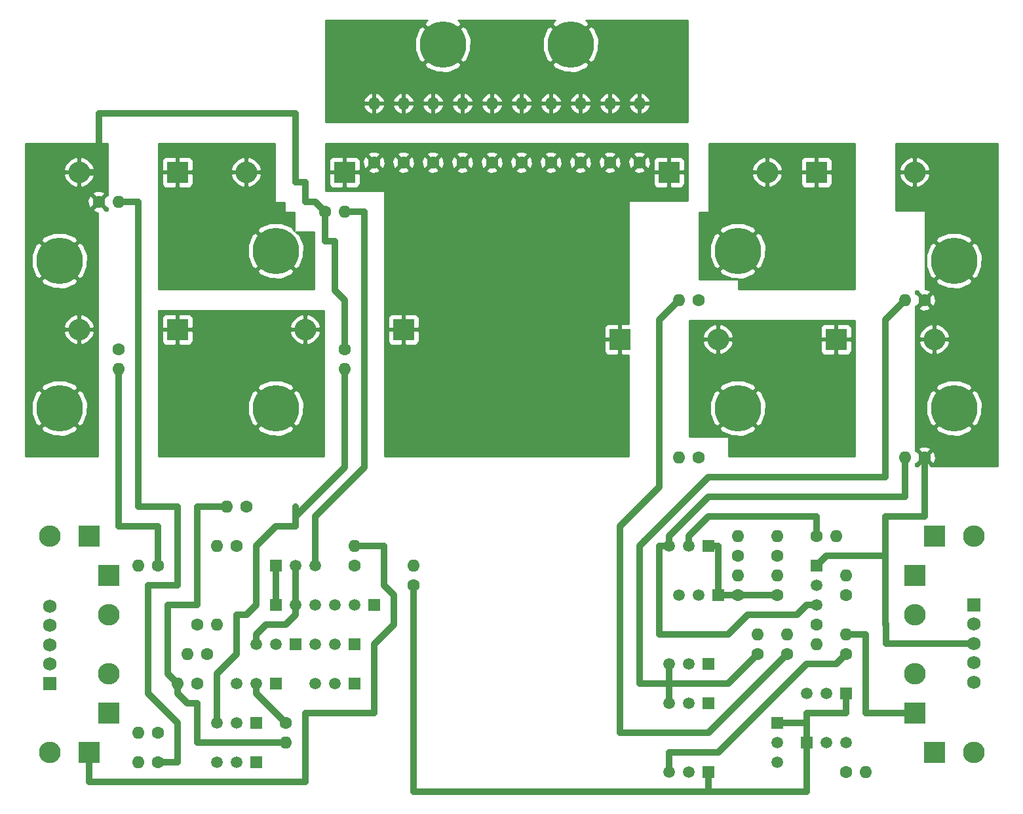
<source format=gbr>
G04 #@! TF.FileFunction,Copper,L2,Bot,Signal*
%FSLAX46Y46*%
G04 Gerber Fmt 4.6, Leading zero omitted, Abs format (unit mm)*
G04 Created by KiCad (PCBNEW 4.0.7) date 01/06/18 16:50:36*
%MOMM*%
%LPD*%
G01*
G04 APERTURE LIST*
%ADD10C,0.100000*%
%ADD11C,1.600000*%
%ADD12O,1.600000X1.600000*%
%ADD13C,1.520000*%
%ADD14R,1.520000X1.520000*%
%ADD15R,2.800000X2.800000*%
%ADD16O,2.800000X2.800000*%
%ADD17C,5.999480*%
%ADD18R,1.750000X1.750000*%
%ADD19C,1.750000*%
%ADD20C,0.812800*%
%ADD21C,0.254000*%
G04 APERTURE END LIST*
D10*
D11*
X214630000Y-82550000D03*
D12*
X212090000Y-82550000D03*
D13*
X229870000Y-99060000D03*
X229870000Y-101600000D03*
D14*
X229870000Y-96520000D03*
D11*
X229870000Y-104140000D03*
D12*
X229870000Y-106680000D03*
D15*
X245110000Y-120650000D03*
D16*
X250190000Y-120650000D03*
D15*
X242570000Y-115570000D03*
D16*
X242570000Y-110490000D03*
D15*
X242570000Y-97790000D03*
D16*
X242570000Y-102870000D03*
D15*
X245110000Y-92710000D03*
D16*
X250190000Y-92710000D03*
D17*
X247650000Y-76200000D03*
X181610000Y-29210000D03*
X219710000Y-76200000D03*
X219710000Y-55880000D03*
X198120000Y-29210000D03*
X247650000Y-57150000D03*
D13*
X231140000Y-119380000D03*
X233680000Y-119380000D03*
D14*
X228600000Y-119380000D03*
D13*
X224790000Y-119380000D03*
X224790000Y-121920000D03*
D14*
X224790000Y-116840000D03*
D13*
X213360000Y-93980000D03*
X210820000Y-93980000D03*
D14*
X215900000Y-93980000D03*
D13*
X213360000Y-123190000D03*
X210820000Y-123190000D03*
D14*
X215900000Y-123190000D03*
D13*
X213360000Y-114300000D03*
X210820000Y-114300000D03*
D14*
X215900000Y-114300000D03*
D13*
X231140000Y-113030000D03*
X228600000Y-113030000D03*
D14*
X233680000Y-113030000D03*
D13*
X214630000Y-100330000D03*
X212090000Y-100330000D03*
D14*
X217170000Y-100330000D03*
D13*
X213360000Y-109220000D03*
X210820000Y-109220000D03*
D14*
X215900000Y-109220000D03*
D11*
X224790000Y-95250000D03*
D12*
X224790000Y-92710000D03*
D11*
X233680000Y-100330000D03*
D12*
X233680000Y-97790000D03*
D11*
X224790000Y-100330000D03*
D12*
X224790000Y-97790000D03*
D11*
X233680000Y-123190000D03*
D12*
X236220000Y-123190000D03*
D11*
X233680000Y-107950000D03*
D12*
X233680000Y-105410000D03*
D11*
X219710000Y-95250000D03*
D12*
X219710000Y-92710000D03*
D11*
X222250000Y-107950000D03*
D12*
X222250000Y-105410000D03*
D11*
X219710000Y-100330000D03*
D12*
X219710000Y-97790000D03*
D11*
X226060000Y-107950000D03*
D12*
X226060000Y-105410000D03*
D11*
X229870000Y-92710000D03*
D12*
X232410000Y-92710000D03*
D11*
X243840000Y-82550000D03*
D12*
X241300000Y-82550000D03*
D11*
X214630000Y-62230000D03*
D12*
X212090000Y-62230000D03*
D11*
X243840000Y-62230000D03*
D12*
X241300000Y-62230000D03*
D18*
X250190000Y-101600000D03*
D19*
X250190000Y-104100000D03*
X250190000Y-106600000D03*
X250190000Y-109100000D03*
X250190000Y-111600000D03*
D15*
X135890000Y-92710000D03*
D16*
X130810000Y-92710000D03*
D15*
X138430000Y-97790000D03*
D16*
X138430000Y-102870000D03*
D15*
X138430000Y-115570000D03*
D16*
X138430000Y-110490000D03*
D15*
X135890000Y-120650000D03*
D16*
X130810000Y-120650000D03*
D18*
X130810000Y-111760000D03*
D19*
X130810000Y-109260000D03*
X130810000Y-106760000D03*
X130810000Y-104260000D03*
X130810000Y-101760000D03*
D17*
X132080000Y-57150000D03*
X198120000Y-29210000D03*
X160020000Y-55880000D03*
X160020000Y-76200000D03*
X181610000Y-29210000D03*
X132080000Y-76200000D03*
D13*
X154940000Y-121920000D03*
X152400000Y-121920000D03*
D14*
X157480000Y-121920000D03*
D13*
X157480000Y-111760000D03*
X154940000Y-111760000D03*
D14*
X160020000Y-111760000D03*
D13*
X160020000Y-106680000D03*
X157480000Y-106680000D03*
D14*
X162560000Y-106680000D03*
D13*
X167640000Y-111760000D03*
X165100000Y-111760000D03*
D14*
X170180000Y-111760000D03*
D13*
X162560000Y-96520000D03*
X165100000Y-96520000D03*
D14*
X160020000Y-96520000D03*
D13*
X162560000Y-101600000D03*
X165100000Y-101600000D03*
D14*
X160020000Y-101600000D03*
D13*
X154940000Y-116840000D03*
X152400000Y-116840000D03*
D14*
X157480000Y-116840000D03*
D13*
X170180000Y-101600000D03*
X167640000Y-101600000D03*
D14*
X172720000Y-101600000D03*
D13*
X167640000Y-106680000D03*
X165100000Y-106680000D03*
D14*
X170180000Y-106680000D03*
D11*
X151130000Y-107950000D03*
D12*
X148590000Y-107950000D03*
D11*
X149860000Y-111760000D03*
D12*
X147320000Y-111760000D03*
D11*
X149860000Y-104140000D03*
D12*
X152400000Y-104140000D03*
D11*
X144780000Y-121920000D03*
D12*
X142240000Y-121920000D03*
D11*
X161290000Y-116840000D03*
D12*
X161290000Y-119380000D03*
D11*
X154940000Y-93980000D03*
D12*
X152400000Y-93980000D03*
D11*
X170180000Y-96520000D03*
D12*
X170180000Y-93980000D03*
D11*
X144780000Y-96520000D03*
D12*
X142240000Y-96520000D03*
D11*
X177800000Y-99060000D03*
D12*
X177800000Y-96520000D03*
D11*
X144780000Y-118110000D03*
D12*
X142240000Y-118110000D03*
D11*
X156210000Y-88900000D03*
D12*
X153670000Y-88900000D03*
D11*
X166370000Y-50800000D03*
D12*
X168910000Y-50800000D03*
D11*
X137160000Y-49530000D03*
D12*
X139700000Y-49530000D03*
D11*
X168910000Y-68580000D03*
D12*
X168910000Y-71120000D03*
D11*
X139700000Y-68580000D03*
D12*
X139700000Y-71120000D03*
D11*
X207010000Y-44450000D03*
D12*
X207010000Y-36830000D03*
D11*
X203200000Y-44450000D03*
D12*
X203200000Y-36830000D03*
D11*
X199390000Y-44450000D03*
D12*
X199390000Y-36830000D03*
D11*
X195580000Y-44450000D03*
D12*
X195580000Y-36830000D03*
D11*
X191770000Y-44450000D03*
D12*
X191770000Y-36830000D03*
D11*
X187960000Y-44450000D03*
D12*
X187960000Y-36830000D03*
D11*
X184150000Y-44450000D03*
D12*
X184150000Y-36830000D03*
D11*
X180340000Y-44450000D03*
D12*
X180340000Y-36830000D03*
D11*
X176530000Y-44450000D03*
D12*
X176530000Y-36830000D03*
D11*
X172720000Y-44450000D03*
D12*
X172720000Y-36830000D03*
D15*
X204470000Y-67310000D03*
D16*
X217170000Y-67310000D03*
D15*
X232410000Y-67310000D03*
D16*
X245110000Y-67310000D03*
D15*
X210820000Y-45720000D03*
D16*
X223520000Y-45720000D03*
D15*
X229870000Y-45720000D03*
D16*
X242570000Y-45720000D03*
D15*
X168910000Y-45720000D03*
D16*
X156210000Y-45720000D03*
D15*
X147320000Y-45720000D03*
D16*
X134620000Y-45720000D03*
D15*
X176530000Y-66040000D03*
D16*
X163830000Y-66040000D03*
D15*
X147320000Y-66040000D03*
D16*
X134620000Y-66040000D03*
D20*
X177800000Y-125730000D02*
X217170000Y-125730000D01*
X177800000Y-99060000D02*
X177800000Y-125730000D01*
X217170000Y-125730000D02*
X228600000Y-125730000D01*
X160020000Y-101600000D02*
X160020000Y-96520000D01*
X137160000Y-40640000D02*
X137160000Y-45720000D01*
X137160000Y-45720000D02*
X134620000Y-45720000D01*
X162560000Y-46990000D02*
X162560000Y-38100000D01*
X163830000Y-46990000D02*
X162560000Y-46990000D01*
X162560000Y-38100000D02*
X161290000Y-38100000D01*
X163830000Y-46990000D02*
X163830000Y-49530000D01*
X165100000Y-49530000D02*
X163830000Y-49530000D01*
X166370000Y-50800000D02*
X165100000Y-49530000D01*
X137160000Y-38100000D02*
X161290000Y-38100000D01*
X137160000Y-40640000D02*
X137160000Y-38100000D01*
X168910000Y-68580000D02*
X168910000Y-62230000D01*
X166370000Y-54610000D02*
X166370000Y-50800000D01*
X167640000Y-54610000D02*
X166370000Y-54610000D01*
X167640000Y-60960000D02*
X167640000Y-54610000D01*
X168910000Y-62230000D02*
X167640000Y-60960000D01*
X242570000Y-90170000D02*
X243840000Y-90170000D01*
X238760000Y-90170000D02*
X242570000Y-90170000D01*
X243840000Y-82550000D02*
X243840000Y-90170000D01*
X238760000Y-90170000D02*
X238760000Y-95250000D01*
X215900000Y-123190000D02*
X215900000Y-125730000D01*
X215900000Y-125730000D02*
X217170000Y-125730000D01*
X228600000Y-125730000D02*
X228600000Y-119380000D01*
X228600000Y-116840000D02*
X228600000Y-115570000D01*
X233680000Y-115570000D02*
X233680000Y-113030000D01*
X228600000Y-115570000D02*
X233680000Y-115570000D01*
X224790000Y-116840000D02*
X228600000Y-116840000D01*
X228600000Y-116840000D02*
X228600000Y-119380000D01*
X215900000Y-93980000D02*
X217170000Y-93980000D01*
X217170000Y-93980000D02*
X217170000Y-100330000D01*
X217170000Y-100330000D02*
X219710000Y-100330000D01*
X224790000Y-100330000D02*
X219710000Y-100330000D01*
X229870000Y-96520000D02*
X231140000Y-95250000D01*
X231140000Y-95250000D02*
X238760000Y-95250000D01*
X238840000Y-104060000D02*
X238840000Y-106600000D01*
X238760000Y-95250000D02*
X238760000Y-104140000D01*
X238760000Y-104140000D02*
X238840000Y-104060000D01*
X238840000Y-106600000D02*
X250190000Y-106600000D01*
X233680000Y-105410000D02*
X236220000Y-105410000D01*
X236220000Y-115570000D02*
X242570000Y-115570000D01*
X236220000Y-105410000D02*
X236220000Y-115570000D01*
X149860000Y-88900000D02*
X149860000Y-101600000D01*
X149860000Y-101600000D02*
X146050000Y-101600000D01*
X148590000Y-114300000D02*
X147320000Y-113030000D01*
X153670000Y-88900000D02*
X149860000Y-88900000D01*
X146050000Y-110490000D02*
X147320000Y-111760000D01*
X146050000Y-101600000D02*
X146050000Y-110490000D01*
X147320000Y-111760000D02*
X147320000Y-113030000D01*
X149860000Y-119380000D02*
X149860000Y-114300000D01*
X149860000Y-114300000D02*
X148590000Y-114300000D01*
X161290000Y-119380000D02*
X149860000Y-119380000D01*
X170180000Y-93980000D02*
X172720000Y-93980000D01*
X135890000Y-124460000D02*
X135890000Y-120650000D01*
X163830000Y-124460000D02*
X135890000Y-124460000D01*
X163830000Y-115570000D02*
X163830000Y-124460000D01*
X172720000Y-115570000D02*
X163830000Y-115570000D01*
X172720000Y-106680000D02*
X172720000Y-115570000D01*
X175260000Y-104140000D02*
X172720000Y-106680000D01*
X175260000Y-100330000D02*
X175260000Y-104140000D01*
X173990000Y-99060000D02*
X175260000Y-100330000D01*
X173990000Y-93980000D02*
X173990000Y-99060000D01*
X172720000Y-93980000D02*
X173990000Y-93980000D01*
X241300000Y-87630000D02*
X240030000Y-87630000D01*
X215900000Y-87630000D02*
X240030000Y-87630000D01*
X241300000Y-82550000D02*
X241300000Y-87630000D01*
X210820000Y-92710000D02*
X215900000Y-87630000D01*
X210820000Y-92710000D02*
X210820000Y-93980000D01*
X210820000Y-93980000D02*
X209550000Y-93980000D01*
X209550000Y-95250000D02*
X209550000Y-93980000D01*
X229870000Y-101600000D02*
X228600000Y-101600000D01*
X209550000Y-105410000D02*
X209550000Y-95250000D01*
X218440000Y-105410000D02*
X209550000Y-105410000D01*
X220980000Y-102870000D02*
X218440000Y-105410000D01*
X227330000Y-102870000D02*
X220980000Y-102870000D01*
X228600000Y-101600000D02*
X227330000Y-102870000D01*
X229870000Y-92710000D02*
X229870000Y-90170000D01*
X213360000Y-92710000D02*
X213360000Y-93980000D01*
X215900000Y-90170000D02*
X213360000Y-92710000D01*
X229870000Y-90170000D02*
X215900000Y-90170000D01*
X233680000Y-107950000D02*
X232410000Y-109220000D01*
X210820000Y-120650000D02*
X210820000Y-123190000D01*
X217170000Y-120650000D02*
X210820000Y-120650000D01*
X228600000Y-109220000D02*
X217170000Y-120650000D01*
X232410000Y-109220000D02*
X228600000Y-109220000D01*
X238760000Y-71120000D02*
X238760000Y-64770000D01*
X238760000Y-64770000D02*
X241300000Y-62230000D01*
X208280000Y-92710000D02*
X215900000Y-85090000D01*
X215900000Y-85090000D02*
X218440000Y-85090000D01*
X207010000Y-97790000D02*
X207010000Y-93980000D01*
X207010000Y-93980000D02*
X208280000Y-92710000D01*
X207645000Y-93345000D02*
X207010000Y-93980000D01*
X207645000Y-93345000D02*
X208280000Y-92710000D01*
X238760000Y-76200000D02*
X238760000Y-71120000D01*
X238760000Y-85090000D02*
X238760000Y-76200000D01*
X218440000Y-85090000D02*
X238760000Y-85090000D01*
X207010000Y-111760000D02*
X207010000Y-97790000D01*
X210820000Y-111760000D02*
X207010000Y-111760000D01*
X222250000Y-107950000D02*
X218440000Y-111760000D01*
X218440000Y-111760000D02*
X210820000Y-111760000D01*
X210820000Y-109220000D02*
X210820000Y-111760000D01*
X210820000Y-111760000D02*
X210820000Y-114300000D01*
X209550000Y-71120000D02*
X209550000Y-64770000D01*
X209550000Y-64770000D02*
X212090000Y-62230000D01*
X209550000Y-86360000D02*
X208280000Y-87630000D01*
X204470000Y-91440000D02*
X208280000Y-87630000D01*
X204470000Y-118110000D02*
X204470000Y-91440000D01*
X215900000Y-118110000D02*
X204470000Y-118110000D01*
X215900000Y-118110000D02*
X226060000Y-107950000D01*
X209550000Y-86360000D02*
X209550000Y-71120000D01*
X143510000Y-99060000D02*
X147320000Y-99060000D01*
X147320000Y-88900000D02*
X143510000Y-88900000D01*
X147320000Y-99060000D02*
X147320000Y-88900000D01*
X144780000Y-121920000D02*
X147320000Y-121920000D01*
X142240000Y-49530000D02*
X139700000Y-49530000D01*
X143510000Y-88900000D02*
X142240000Y-88900000D01*
X142240000Y-88900000D02*
X142240000Y-49530000D01*
X143510000Y-113030000D02*
X143510000Y-99060000D01*
X147320000Y-116840000D02*
X143510000Y-113030000D01*
X147320000Y-121920000D02*
X147320000Y-116840000D01*
X162560000Y-102870000D02*
X161290000Y-104140000D01*
X157480000Y-105410000D02*
X158750000Y-104140000D01*
X158750000Y-104140000D02*
X161290000Y-104140000D01*
X157480000Y-106680000D02*
X157480000Y-105410000D01*
X162560000Y-102870000D02*
X162560000Y-101600000D01*
X162560000Y-101600000D02*
X162560000Y-96520000D01*
X161290000Y-116840000D02*
X157480000Y-113030000D01*
X157480000Y-113030000D02*
X157480000Y-111760000D01*
X165100000Y-96520000D02*
X165100000Y-90170000D01*
X171450000Y-50800000D02*
X168910000Y-50800000D01*
X171450000Y-83820000D02*
X171450000Y-50800000D01*
X165100000Y-90170000D02*
X171450000Y-83820000D01*
X144780000Y-96520000D02*
X144780000Y-91440000D01*
X139700000Y-91440000D02*
X139700000Y-71120000D01*
X144780000Y-91440000D02*
X139700000Y-91440000D01*
X152400000Y-116840000D02*
X152400000Y-110490000D01*
X168910000Y-83820000D02*
X168910000Y-71120000D01*
X162560000Y-90170000D02*
X168910000Y-83820000D01*
X162560000Y-88900000D02*
X162560000Y-90170000D01*
X162560000Y-91440000D02*
X162560000Y-88900000D01*
X160020000Y-91440000D02*
X162560000Y-91440000D01*
X157480000Y-93980000D02*
X160020000Y-91440000D01*
X157480000Y-101600000D02*
X157480000Y-93980000D01*
X156210000Y-102870000D02*
X157480000Y-101600000D01*
X154940000Y-102870000D02*
X156210000Y-102870000D01*
X154940000Y-107950000D02*
X154940000Y-102870000D01*
X152400000Y-110490000D02*
X154940000Y-107950000D01*
D21*
G36*
X234823000Y-60833000D02*
X219837000Y-60833000D01*
X219837000Y-59690000D01*
X219826994Y-59640590D01*
X219798553Y-59598965D01*
X219756159Y-59571685D01*
X219710000Y-59563000D01*
X214757000Y-59563000D01*
X214757000Y-58476443D01*
X217293162Y-58476443D01*
X217635723Y-58951063D01*
X218968863Y-59511084D01*
X220414834Y-59518305D01*
X221753501Y-58971627D01*
X221784277Y-58951063D01*
X222126838Y-58476443D01*
X219710000Y-56059605D01*
X217293162Y-58476443D01*
X214757000Y-58476443D01*
X214757000Y-56584834D01*
X216071695Y-56584834D01*
X216618373Y-57923501D01*
X216638937Y-57954277D01*
X217113557Y-58296838D01*
X219530395Y-55880000D01*
X219889605Y-55880000D01*
X222306443Y-58296838D01*
X222781063Y-57954277D01*
X223341084Y-56621137D01*
X223348305Y-55175166D01*
X222801627Y-53836499D01*
X222781063Y-53805723D01*
X222306443Y-53463162D01*
X219889605Y-55880000D01*
X219530395Y-55880000D01*
X217113557Y-53463162D01*
X216638937Y-53805723D01*
X216078916Y-55138863D01*
X216071695Y-56584834D01*
X214757000Y-56584834D01*
X214757000Y-53283557D01*
X217293162Y-53283557D01*
X219710000Y-55700395D01*
X222126838Y-53283557D01*
X221784277Y-52808937D01*
X220451137Y-52248916D01*
X219005166Y-52241695D01*
X217666499Y-52788373D01*
X217635723Y-52808937D01*
X217293162Y-53283557D01*
X214757000Y-53283557D01*
X214757000Y-50927000D01*
X215900000Y-50927000D01*
X215949410Y-50916994D01*
X215991035Y-50888553D01*
X216018315Y-50846159D01*
X216027000Y-50800000D01*
X216027000Y-46163160D01*
X221533840Y-46163160D01*
X221802205Y-46811070D01*
X222350499Y-47385389D01*
X223076839Y-47706167D01*
X223393000Y-47592290D01*
X223393000Y-45847000D01*
X223647000Y-45847000D01*
X223647000Y-47592290D01*
X223963161Y-47706167D01*
X224689501Y-47385389D01*
X225237795Y-46811070D01*
X225506160Y-46163160D01*
X225449296Y-46005750D01*
X227835000Y-46005750D01*
X227835000Y-47246310D01*
X227931673Y-47479699D01*
X228110302Y-47658327D01*
X228343691Y-47755000D01*
X229584250Y-47755000D01*
X229743000Y-47596250D01*
X229743000Y-45847000D01*
X229997000Y-45847000D01*
X229997000Y-47596250D01*
X230155750Y-47755000D01*
X231396309Y-47755000D01*
X231629698Y-47658327D01*
X231808327Y-47479699D01*
X231905000Y-47246310D01*
X231905000Y-46005750D01*
X231746250Y-45847000D01*
X229997000Y-45847000D01*
X229743000Y-45847000D01*
X227993750Y-45847000D01*
X227835000Y-46005750D01*
X225449296Y-46005750D01*
X225391947Y-45847000D01*
X223647000Y-45847000D01*
X223393000Y-45847000D01*
X221648053Y-45847000D01*
X221533840Y-46163160D01*
X216027000Y-46163160D01*
X216027000Y-45276840D01*
X221533840Y-45276840D01*
X221648053Y-45593000D01*
X223393000Y-45593000D01*
X223393000Y-43847710D01*
X223647000Y-43847710D01*
X223647000Y-45593000D01*
X225391947Y-45593000D01*
X225506160Y-45276840D01*
X225237795Y-44628930D01*
X224822278Y-44193690D01*
X227835000Y-44193690D01*
X227835000Y-45434250D01*
X227993750Y-45593000D01*
X229743000Y-45593000D01*
X229743000Y-43843750D01*
X229997000Y-43843750D01*
X229997000Y-45593000D01*
X231746250Y-45593000D01*
X231905000Y-45434250D01*
X231905000Y-44193690D01*
X231808327Y-43960301D01*
X231629698Y-43781673D01*
X231396309Y-43685000D01*
X230155750Y-43685000D01*
X229997000Y-43843750D01*
X229743000Y-43843750D01*
X229584250Y-43685000D01*
X228343691Y-43685000D01*
X228110302Y-43781673D01*
X227931673Y-43960301D01*
X227835000Y-44193690D01*
X224822278Y-44193690D01*
X224689501Y-44054611D01*
X223963161Y-43733833D01*
X223647000Y-43847710D01*
X223393000Y-43847710D01*
X223076839Y-43733833D01*
X222350499Y-44054611D01*
X221802205Y-44628930D01*
X221533840Y-45276840D01*
X216027000Y-45276840D01*
X216027000Y-42037000D01*
X234823000Y-42037000D01*
X234823000Y-60833000D01*
X234823000Y-60833000D01*
G37*
X234823000Y-60833000D02*
X219837000Y-60833000D01*
X219837000Y-59690000D01*
X219826994Y-59640590D01*
X219798553Y-59598965D01*
X219756159Y-59571685D01*
X219710000Y-59563000D01*
X214757000Y-59563000D01*
X214757000Y-58476443D01*
X217293162Y-58476443D01*
X217635723Y-58951063D01*
X218968863Y-59511084D01*
X220414834Y-59518305D01*
X221753501Y-58971627D01*
X221784277Y-58951063D01*
X222126838Y-58476443D01*
X219710000Y-56059605D01*
X217293162Y-58476443D01*
X214757000Y-58476443D01*
X214757000Y-56584834D01*
X216071695Y-56584834D01*
X216618373Y-57923501D01*
X216638937Y-57954277D01*
X217113557Y-58296838D01*
X219530395Y-55880000D01*
X219889605Y-55880000D01*
X222306443Y-58296838D01*
X222781063Y-57954277D01*
X223341084Y-56621137D01*
X223348305Y-55175166D01*
X222801627Y-53836499D01*
X222781063Y-53805723D01*
X222306443Y-53463162D01*
X219889605Y-55880000D01*
X219530395Y-55880000D01*
X217113557Y-53463162D01*
X216638937Y-53805723D01*
X216078916Y-55138863D01*
X216071695Y-56584834D01*
X214757000Y-56584834D01*
X214757000Y-53283557D01*
X217293162Y-53283557D01*
X219710000Y-55700395D01*
X222126838Y-53283557D01*
X221784277Y-52808937D01*
X220451137Y-52248916D01*
X219005166Y-52241695D01*
X217666499Y-52788373D01*
X217635723Y-52808937D01*
X217293162Y-53283557D01*
X214757000Y-53283557D01*
X214757000Y-50927000D01*
X215900000Y-50927000D01*
X215949410Y-50916994D01*
X215991035Y-50888553D01*
X216018315Y-50846159D01*
X216027000Y-50800000D01*
X216027000Y-46163160D01*
X221533840Y-46163160D01*
X221802205Y-46811070D01*
X222350499Y-47385389D01*
X223076839Y-47706167D01*
X223393000Y-47592290D01*
X223393000Y-45847000D01*
X223647000Y-45847000D01*
X223647000Y-47592290D01*
X223963161Y-47706167D01*
X224689501Y-47385389D01*
X225237795Y-46811070D01*
X225506160Y-46163160D01*
X225449296Y-46005750D01*
X227835000Y-46005750D01*
X227835000Y-47246310D01*
X227931673Y-47479699D01*
X228110302Y-47658327D01*
X228343691Y-47755000D01*
X229584250Y-47755000D01*
X229743000Y-47596250D01*
X229743000Y-45847000D01*
X229997000Y-45847000D01*
X229997000Y-47596250D01*
X230155750Y-47755000D01*
X231396309Y-47755000D01*
X231629698Y-47658327D01*
X231808327Y-47479699D01*
X231905000Y-47246310D01*
X231905000Y-46005750D01*
X231746250Y-45847000D01*
X229997000Y-45847000D01*
X229743000Y-45847000D01*
X227993750Y-45847000D01*
X227835000Y-46005750D01*
X225449296Y-46005750D01*
X225391947Y-45847000D01*
X223647000Y-45847000D01*
X223393000Y-45847000D01*
X221648053Y-45847000D01*
X221533840Y-46163160D01*
X216027000Y-46163160D01*
X216027000Y-45276840D01*
X221533840Y-45276840D01*
X221648053Y-45593000D01*
X223393000Y-45593000D01*
X223393000Y-43847710D01*
X223647000Y-43847710D01*
X223647000Y-45593000D01*
X225391947Y-45593000D01*
X225506160Y-45276840D01*
X225237795Y-44628930D01*
X224822278Y-44193690D01*
X227835000Y-44193690D01*
X227835000Y-45434250D01*
X227993750Y-45593000D01*
X229743000Y-45593000D01*
X229743000Y-43843750D01*
X229997000Y-43843750D01*
X229997000Y-45593000D01*
X231746250Y-45593000D01*
X231905000Y-45434250D01*
X231905000Y-44193690D01*
X231808327Y-43960301D01*
X231629698Y-43781673D01*
X231396309Y-43685000D01*
X230155750Y-43685000D01*
X229997000Y-43843750D01*
X229743000Y-43843750D01*
X229584250Y-43685000D01*
X228343691Y-43685000D01*
X228110302Y-43781673D01*
X227931673Y-43960301D01*
X227835000Y-44193690D01*
X224822278Y-44193690D01*
X224689501Y-44054611D01*
X223963161Y-43733833D01*
X223647000Y-43847710D01*
X223393000Y-43847710D01*
X223076839Y-43733833D01*
X222350499Y-44054611D01*
X221802205Y-44628930D01*
X221533840Y-45276840D01*
X216027000Y-45276840D01*
X216027000Y-42037000D01*
X234823000Y-42037000D01*
X234823000Y-60833000D01*
G36*
X213233000Y-49403000D02*
X205740000Y-49403000D01*
X205690590Y-49413006D01*
X205648965Y-49441447D01*
X205621685Y-49483841D01*
X205613000Y-49530000D01*
X205613000Y-65275000D01*
X204755750Y-65275000D01*
X204597000Y-65433750D01*
X204597000Y-67183000D01*
X204617000Y-67183000D01*
X204617000Y-67437000D01*
X204597000Y-67437000D01*
X204597000Y-69186250D01*
X204755750Y-69345000D01*
X205613000Y-69345000D01*
X205613000Y-82423000D01*
X174117000Y-82423000D01*
X174117000Y-66325750D01*
X174495000Y-66325750D01*
X174495000Y-67566310D01*
X174591673Y-67799699D01*
X174770302Y-67978327D01*
X175003691Y-68075000D01*
X176244250Y-68075000D01*
X176403000Y-67916250D01*
X176403000Y-66167000D01*
X176657000Y-66167000D01*
X176657000Y-67916250D01*
X176815750Y-68075000D01*
X178056309Y-68075000D01*
X178289698Y-67978327D01*
X178468327Y-67799699D01*
X178552805Y-67595750D01*
X202435000Y-67595750D01*
X202435000Y-68836310D01*
X202531673Y-69069699D01*
X202710302Y-69248327D01*
X202943691Y-69345000D01*
X204184250Y-69345000D01*
X204343000Y-69186250D01*
X204343000Y-67437000D01*
X202593750Y-67437000D01*
X202435000Y-67595750D01*
X178552805Y-67595750D01*
X178565000Y-67566310D01*
X178565000Y-66325750D01*
X178406250Y-66167000D01*
X176657000Y-66167000D01*
X176403000Y-66167000D01*
X174653750Y-66167000D01*
X174495000Y-66325750D01*
X174117000Y-66325750D01*
X174117000Y-64513690D01*
X174495000Y-64513690D01*
X174495000Y-65754250D01*
X174653750Y-65913000D01*
X176403000Y-65913000D01*
X176403000Y-64163750D01*
X176657000Y-64163750D01*
X176657000Y-65913000D01*
X178406250Y-65913000D01*
X178535560Y-65783690D01*
X202435000Y-65783690D01*
X202435000Y-67024250D01*
X202593750Y-67183000D01*
X204343000Y-67183000D01*
X204343000Y-65433750D01*
X204184250Y-65275000D01*
X202943691Y-65275000D01*
X202710302Y-65371673D01*
X202531673Y-65550301D01*
X202435000Y-65783690D01*
X178535560Y-65783690D01*
X178565000Y-65754250D01*
X178565000Y-64513690D01*
X178468327Y-64280301D01*
X178289698Y-64101673D01*
X178056309Y-64005000D01*
X176815750Y-64005000D01*
X176657000Y-64163750D01*
X176403000Y-64163750D01*
X176244250Y-64005000D01*
X175003691Y-64005000D01*
X174770302Y-64101673D01*
X174591673Y-64280301D01*
X174495000Y-64513690D01*
X174117000Y-64513690D01*
X174117000Y-48260000D01*
X174106994Y-48210590D01*
X174078553Y-48168965D01*
X174036159Y-48141685D01*
X173990000Y-48133000D01*
X166497000Y-48133000D01*
X166497000Y-46005750D01*
X166875000Y-46005750D01*
X166875000Y-47246310D01*
X166971673Y-47479699D01*
X167150302Y-47658327D01*
X167383691Y-47755000D01*
X168624250Y-47755000D01*
X168783000Y-47596250D01*
X168783000Y-45847000D01*
X169037000Y-45847000D01*
X169037000Y-47596250D01*
X169195750Y-47755000D01*
X170436309Y-47755000D01*
X170669698Y-47658327D01*
X170848327Y-47479699D01*
X170945000Y-47246310D01*
X170945000Y-46005750D01*
X208785000Y-46005750D01*
X208785000Y-47246310D01*
X208881673Y-47479699D01*
X209060302Y-47658327D01*
X209293691Y-47755000D01*
X210534250Y-47755000D01*
X210693000Y-47596250D01*
X210693000Y-45847000D01*
X210947000Y-45847000D01*
X210947000Y-47596250D01*
X211105750Y-47755000D01*
X212346309Y-47755000D01*
X212579698Y-47658327D01*
X212758327Y-47479699D01*
X212855000Y-47246310D01*
X212855000Y-46005750D01*
X212696250Y-45847000D01*
X210947000Y-45847000D01*
X210693000Y-45847000D01*
X208943750Y-45847000D01*
X208785000Y-46005750D01*
X170945000Y-46005750D01*
X170786250Y-45847000D01*
X169037000Y-45847000D01*
X168783000Y-45847000D01*
X167033750Y-45847000D01*
X166875000Y-46005750D01*
X166497000Y-46005750D01*
X166497000Y-44193690D01*
X166875000Y-44193690D01*
X166875000Y-45434250D01*
X167033750Y-45593000D01*
X168783000Y-45593000D01*
X168783000Y-43843750D01*
X169037000Y-43843750D01*
X169037000Y-45593000D01*
X170786250Y-45593000D01*
X170921505Y-45457745D01*
X171891861Y-45457745D01*
X171965995Y-45703864D01*
X172503223Y-45896965D01*
X173073454Y-45869778D01*
X173474005Y-45703864D01*
X173548139Y-45457745D01*
X175701861Y-45457745D01*
X175775995Y-45703864D01*
X176313223Y-45896965D01*
X176883454Y-45869778D01*
X177284005Y-45703864D01*
X177358139Y-45457745D01*
X179511861Y-45457745D01*
X179585995Y-45703864D01*
X180123223Y-45896965D01*
X180693454Y-45869778D01*
X181094005Y-45703864D01*
X181168139Y-45457745D01*
X183321861Y-45457745D01*
X183395995Y-45703864D01*
X183933223Y-45896965D01*
X184503454Y-45869778D01*
X184904005Y-45703864D01*
X184978139Y-45457745D01*
X187131861Y-45457745D01*
X187205995Y-45703864D01*
X187743223Y-45896965D01*
X188313454Y-45869778D01*
X188714005Y-45703864D01*
X188788139Y-45457745D01*
X190941861Y-45457745D01*
X191015995Y-45703864D01*
X191553223Y-45896965D01*
X192123454Y-45869778D01*
X192524005Y-45703864D01*
X192598139Y-45457745D01*
X194751861Y-45457745D01*
X194825995Y-45703864D01*
X195363223Y-45896965D01*
X195933454Y-45869778D01*
X196334005Y-45703864D01*
X196408139Y-45457745D01*
X198561861Y-45457745D01*
X198635995Y-45703864D01*
X199173223Y-45896965D01*
X199743454Y-45869778D01*
X200144005Y-45703864D01*
X200218139Y-45457745D01*
X202371861Y-45457745D01*
X202445995Y-45703864D01*
X202983223Y-45896965D01*
X203553454Y-45869778D01*
X203954005Y-45703864D01*
X204028139Y-45457745D01*
X206181861Y-45457745D01*
X206255995Y-45703864D01*
X206793223Y-45896965D01*
X207363454Y-45869778D01*
X207764005Y-45703864D01*
X207838139Y-45457745D01*
X207010000Y-44629605D01*
X206181861Y-45457745D01*
X204028139Y-45457745D01*
X203200000Y-44629605D01*
X202371861Y-45457745D01*
X200218139Y-45457745D01*
X199390000Y-44629605D01*
X198561861Y-45457745D01*
X196408139Y-45457745D01*
X195580000Y-44629605D01*
X194751861Y-45457745D01*
X192598139Y-45457745D01*
X191770000Y-44629605D01*
X190941861Y-45457745D01*
X188788139Y-45457745D01*
X187960000Y-44629605D01*
X187131861Y-45457745D01*
X184978139Y-45457745D01*
X184150000Y-44629605D01*
X183321861Y-45457745D01*
X181168139Y-45457745D01*
X180340000Y-44629605D01*
X179511861Y-45457745D01*
X177358139Y-45457745D01*
X176530000Y-44629605D01*
X175701861Y-45457745D01*
X173548139Y-45457745D01*
X172720000Y-44629605D01*
X171891861Y-45457745D01*
X170921505Y-45457745D01*
X170945000Y-45434250D01*
X170945000Y-44233223D01*
X171273035Y-44233223D01*
X171300222Y-44803454D01*
X171466136Y-45204005D01*
X171712255Y-45278139D01*
X172540395Y-44450000D01*
X172899605Y-44450000D01*
X173727745Y-45278139D01*
X173973864Y-45204005D01*
X174166965Y-44666777D01*
X174146295Y-44233223D01*
X175083035Y-44233223D01*
X175110222Y-44803454D01*
X175276136Y-45204005D01*
X175522255Y-45278139D01*
X176350395Y-44450000D01*
X176709605Y-44450000D01*
X177537745Y-45278139D01*
X177783864Y-45204005D01*
X177976965Y-44666777D01*
X177956295Y-44233223D01*
X178893035Y-44233223D01*
X178920222Y-44803454D01*
X179086136Y-45204005D01*
X179332255Y-45278139D01*
X180160395Y-44450000D01*
X180519605Y-44450000D01*
X181347745Y-45278139D01*
X181593864Y-45204005D01*
X181786965Y-44666777D01*
X181766295Y-44233223D01*
X182703035Y-44233223D01*
X182730222Y-44803454D01*
X182896136Y-45204005D01*
X183142255Y-45278139D01*
X183970395Y-44450000D01*
X184329605Y-44450000D01*
X185157745Y-45278139D01*
X185403864Y-45204005D01*
X185596965Y-44666777D01*
X185576295Y-44233223D01*
X186513035Y-44233223D01*
X186540222Y-44803454D01*
X186706136Y-45204005D01*
X186952255Y-45278139D01*
X187780395Y-44450000D01*
X188139605Y-44450000D01*
X188967745Y-45278139D01*
X189213864Y-45204005D01*
X189406965Y-44666777D01*
X189386295Y-44233223D01*
X190323035Y-44233223D01*
X190350222Y-44803454D01*
X190516136Y-45204005D01*
X190762255Y-45278139D01*
X191590395Y-44450000D01*
X191949605Y-44450000D01*
X192777745Y-45278139D01*
X193023864Y-45204005D01*
X193216965Y-44666777D01*
X193196295Y-44233223D01*
X194133035Y-44233223D01*
X194160222Y-44803454D01*
X194326136Y-45204005D01*
X194572255Y-45278139D01*
X195400395Y-44450000D01*
X195759605Y-44450000D01*
X196587745Y-45278139D01*
X196833864Y-45204005D01*
X197026965Y-44666777D01*
X197006295Y-44233223D01*
X197943035Y-44233223D01*
X197970222Y-44803454D01*
X198136136Y-45204005D01*
X198382255Y-45278139D01*
X199210395Y-44450000D01*
X199569605Y-44450000D01*
X200397745Y-45278139D01*
X200643864Y-45204005D01*
X200836965Y-44666777D01*
X200816295Y-44233223D01*
X201753035Y-44233223D01*
X201780222Y-44803454D01*
X201946136Y-45204005D01*
X202192255Y-45278139D01*
X203020395Y-44450000D01*
X203379605Y-44450000D01*
X204207745Y-45278139D01*
X204453864Y-45204005D01*
X204646965Y-44666777D01*
X204626295Y-44233223D01*
X205563035Y-44233223D01*
X205590222Y-44803454D01*
X205756136Y-45204005D01*
X206002255Y-45278139D01*
X206830395Y-44450000D01*
X207189605Y-44450000D01*
X208017745Y-45278139D01*
X208263864Y-45204005D01*
X208456965Y-44666777D01*
X208434410Y-44193690D01*
X208785000Y-44193690D01*
X208785000Y-45434250D01*
X208943750Y-45593000D01*
X210693000Y-45593000D01*
X210693000Y-43843750D01*
X210947000Y-43843750D01*
X210947000Y-45593000D01*
X212696250Y-45593000D01*
X212855000Y-45434250D01*
X212855000Y-44193690D01*
X212758327Y-43960301D01*
X212579698Y-43781673D01*
X212346309Y-43685000D01*
X211105750Y-43685000D01*
X210947000Y-43843750D01*
X210693000Y-43843750D01*
X210534250Y-43685000D01*
X209293691Y-43685000D01*
X209060302Y-43781673D01*
X208881673Y-43960301D01*
X208785000Y-44193690D01*
X208434410Y-44193690D01*
X208429778Y-44096546D01*
X208263864Y-43695995D01*
X208017745Y-43621861D01*
X207189605Y-44450000D01*
X206830395Y-44450000D01*
X206002255Y-43621861D01*
X205756136Y-43695995D01*
X205563035Y-44233223D01*
X204626295Y-44233223D01*
X204619778Y-44096546D01*
X204453864Y-43695995D01*
X204207745Y-43621861D01*
X203379605Y-44450000D01*
X203020395Y-44450000D01*
X202192255Y-43621861D01*
X201946136Y-43695995D01*
X201753035Y-44233223D01*
X200816295Y-44233223D01*
X200809778Y-44096546D01*
X200643864Y-43695995D01*
X200397745Y-43621861D01*
X199569605Y-44450000D01*
X199210395Y-44450000D01*
X198382255Y-43621861D01*
X198136136Y-43695995D01*
X197943035Y-44233223D01*
X197006295Y-44233223D01*
X196999778Y-44096546D01*
X196833864Y-43695995D01*
X196587745Y-43621861D01*
X195759605Y-44450000D01*
X195400395Y-44450000D01*
X194572255Y-43621861D01*
X194326136Y-43695995D01*
X194133035Y-44233223D01*
X193196295Y-44233223D01*
X193189778Y-44096546D01*
X193023864Y-43695995D01*
X192777745Y-43621861D01*
X191949605Y-44450000D01*
X191590395Y-44450000D01*
X190762255Y-43621861D01*
X190516136Y-43695995D01*
X190323035Y-44233223D01*
X189386295Y-44233223D01*
X189379778Y-44096546D01*
X189213864Y-43695995D01*
X188967745Y-43621861D01*
X188139605Y-44450000D01*
X187780395Y-44450000D01*
X186952255Y-43621861D01*
X186706136Y-43695995D01*
X186513035Y-44233223D01*
X185576295Y-44233223D01*
X185569778Y-44096546D01*
X185403864Y-43695995D01*
X185157745Y-43621861D01*
X184329605Y-44450000D01*
X183970395Y-44450000D01*
X183142255Y-43621861D01*
X182896136Y-43695995D01*
X182703035Y-44233223D01*
X181766295Y-44233223D01*
X181759778Y-44096546D01*
X181593864Y-43695995D01*
X181347745Y-43621861D01*
X180519605Y-44450000D01*
X180160395Y-44450000D01*
X179332255Y-43621861D01*
X179086136Y-43695995D01*
X178893035Y-44233223D01*
X177956295Y-44233223D01*
X177949778Y-44096546D01*
X177783864Y-43695995D01*
X177537745Y-43621861D01*
X176709605Y-44450000D01*
X176350395Y-44450000D01*
X175522255Y-43621861D01*
X175276136Y-43695995D01*
X175083035Y-44233223D01*
X174146295Y-44233223D01*
X174139778Y-44096546D01*
X173973864Y-43695995D01*
X173727745Y-43621861D01*
X172899605Y-44450000D01*
X172540395Y-44450000D01*
X171712255Y-43621861D01*
X171466136Y-43695995D01*
X171273035Y-44233223D01*
X170945000Y-44233223D01*
X170945000Y-44193690D01*
X170848327Y-43960301D01*
X170669698Y-43781673D01*
X170436309Y-43685000D01*
X169195750Y-43685000D01*
X169037000Y-43843750D01*
X168783000Y-43843750D01*
X168624250Y-43685000D01*
X167383691Y-43685000D01*
X167150302Y-43781673D01*
X166971673Y-43960301D01*
X166875000Y-44193690D01*
X166497000Y-44193690D01*
X166497000Y-43442255D01*
X171891861Y-43442255D01*
X172720000Y-44270395D01*
X173548139Y-43442255D01*
X175701861Y-43442255D01*
X176530000Y-44270395D01*
X177358139Y-43442255D01*
X179511861Y-43442255D01*
X180340000Y-44270395D01*
X181168139Y-43442255D01*
X183321861Y-43442255D01*
X184150000Y-44270395D01*
X184978139Y-43442255D01*
X187131861Y-43442255D01*
X187960000Y-44270395D01*
X188788139Y-43442255D01*
X190941861Y-43442255D01*
X191770000Y-44270395D01*
X192598139Y-43442255D01*
X194751861Y-43442255D01*
X195580000Y-44270395D01*
X196408139Y-43442255D01*
X198561861Y-43442255D01*
X199390000Y-44270395D01*
X200218139Y-43442255D01*
X202371861Y-43442255D01*
X203200000Y-44270395D01*
X204028139Y-43442255D01*
X206181861Y-43442255D01*
X207010000Y-44270395D01*
X207838139Y-43442255D01*
X207764005Y-43196136D01*
X207226777Y-43003035D01*
X206656546Y-43030222D01*
X206255995Y-43196136D01*
X206181861Y-43442255D01*
X204028139Y-43442255D01*
X203954005Y-43196136D01*
X203416777Y-43003035D01*
X202846546Y-43030222D01*
X202445995Y-43196136D01*
X202371861Y-43442255D01*
X200218139Y-43442255D01*
X200144005Y-43196136D01*
X199606777Y-43003035D01*
X199036546Y-43030222D01*
X198635995Y-43196136D01*
X198561861Y-43442255D01*
X196408139Y-43442255D01*
X196334005Y-43196136D01*
X195796777Y-43003035D01*
X195226546Y-43030222D01*
X194825995Y-43196136D01*
X194751861Y-43442255D01*
X192598139Y-43442255D01*
X192524005Y-43196136D01*
X191986777Y-43003035D01*
X191416546Y-43030222D01*
X191015995Y-43196136D01*
X190941861Y-43442255D01*
X188788139Y-43442255D01*
X188714005Y-43196136D01*
X188176777Y-43003035D01*
X187606546Y-43030222D01*
X187205995Y-43196136D01*
X187131861Y-43442255D01*
X184978139Y-43442255D01*
X184904005Y-43196136D01*
X184366777Y-43003035D01*
X183796546Y-43030222D01*
X183395995Y-43196136D01*
X183321861Y-43442255D01*
X181168139Y-43442255D01*
X181094005Y-43196136D01*
X180556777Y-43003035D01*
X179986546Y-43030222D01*
X179585995Y-43196136D01*
X179511861Y-43442255D01*
X177358139Y-43442255D01*
X177284005Y-43196136D01*
X176746777Y-43003035D01*
X176176546Y-43030222D01*
X175775995Y-43196136D01*
X175701861Y-43442255D01*
X173548139Y-43442255D01*
X173474005Y-43196136D01*
X172936777Y-43003035D01*
X172366546Y-43030222D01*
X171965995Y-43196136D01*
X171891861Y-43442255D01*
X166497000Y-43442255D01*
X166497000Y-42037000D01*
X213233000Y-42037000D01*
X213233000Y-49403000D01*
X213233000Y-49403000D01*
G37*
X213233000Y-49403000D02*
X205740000Y-49403000D01*
X205690590Y-49413006D01*
X205648965Y-49441447D01*
X205621685Y-49483841D01*
X205613000Y-49530000D01*
X205613000Y-65275000D01*
X204755750Y-65275000D01*
X204597000Y-65433750D01*
X204597000Y-67183000D01*
X204617000Y-67183000D01*
X204617000Y-67437000D01*
X204597000Y-67437000D01*
X204597000Y-69186250D01*
X204755750Y-69345000D01*
X205613000Y-69345000D01*
X205613000Y-82423000D01*
X174117000Y-82423000D01*
X174117000Y-66325750D01*
X174495000Y-66325750D01*
X174495000Y-67566310D01*
X174591673Y-67799699D01*
X174770302Y-67978327D01*
X175003691Y-68075000D01*
X176244250Y-68075000D01*
X176403000Y-67916250D01*
X176403000Y-66167000D01*
X176657000Y-66167000D01*
X176657000Y-67916250D01*
X176815750Y-68075000D01*
X178056309Y-68075000D01*
X178289698Y-67978327D01*
X178468327Y-67799699D01*
X178552805Y-67595750D01*
X202435000Y-67595750D01*
X202435000Y-68836310D01*
X202531673Y-69069699D01*
X202710302Y-69248327D01*
X202943691Y-69345000D01*
X204184250Y-69345000D01*
X204343000Y-69186250D01*
X204343000Y-67437000D01*
X202593750Y-67437000D01*
X202435000Y-67595750D01*
X178552805Y-67595750D01*
X178565000Y-67566310D01*
X178565000Y-66325750D01*
X178406250Y-66167000D01*
X176657000Y-66167000D01*
X176403000Y-66167000D01*
X174653750Y-66167000D01*
X174495000Y-66325750D01*
X174117000Y-66325750D01*
X174117000Y-64513690D01*
X174495000Y-64513690D01*
X174495000Y-65754250D01*
X174653750Y-65913000D01*
X176403000Y-65913000D01*
X176403000Y-64163750D01*
X176657000Y-64163750D01*
X176657000Y-65913000D01*
X178406250Y-65913000D01*
X178535560Y-65783690D01*
X202435000Y-65783690D01*
X202435000Y-67024250D01*
X202593750Y-67183000D01*
X204343000Y-67183000D01*
X204343000Y-65433750D01*
X204184250Y-65275000D01*
X202943691Y-65275000D01*
X202710302Y-65371673D01*
X202531673Y-65550301D01*
X202435000Y-65783690D01*
X178535560Y-65783690D01*
X178565000Y-65754250D01*
X178565000Y-64513690D01*
X178468327Y-64280301D01*
X178289698Y-64101673D01*
X178056309Y-64005000D01*
X176815750Y-64005000D01*
X176657000Y-64163750D01*
X176403000Y-64163750D01*
X176244250Y-64005000D01*
X175003691Y-64005000D01*
X174770302Y-64101673D01*
X174591673Y-64280301D01*
X174495000Y-64513690D01*
X174117000Y-64513690D01*
X174117000Y-48260000D01*
X174106994Y-48210590D01*
X174078553Y-48168965D01*
X174036159Y-48141685D01*
X173990000Y-48133000D01*
X166497000Y-48133000D01*
X166497000Y-46005750D01*
X166875000Y-46005750D01*
X166875000Y-47246310D01*
X166971673Y-47479699D01*
X167150302Y-47658327D01*
X167383691Y-47755000D01*
X168624250Y-47755000D01*
X168783000Y-47596250D01*
X168783000Y-45847000D01*
X169037000Y-45847000D01*
X169037000Y-47596250D01*
X169195750Y-47755000D01*
X170436309Y-47755000D01*
X170669698Y-47658327D01*
X170848327Y-47479699D01*
X170945000Y-47246310D01*
X170945000Y-46005750D01*
X208785000Y-46005750D01*
X208785000Y-47246310D01*
X208881673Y-47479699D01*
X209060302Y-47658327D01*
X209293691Y-47755000D01*
X210534250Y-47755000D01*
X210693000Y-47596250D01*
X210693000Y-45847000D01*
X210947000Y-45847000D01*
X210947000Y-47596250D01*
X211105750Y-47755000D01*
X212346309Y-47755000D01*
X212579698Y-47658327D01*
X212758327Y-47479699D01*
X212855000Y-47246310D01*
X212855000Y-46005750D01*
X212696250Y-45847000D01*
X210947000Y-45847000D01*
X210693000Y-45847000D01*
X208943750Y-45847000D01*
X208785000Y-46005750D01*
X170945000Y-46005750D01*
X170786250Y-45847000D01*
X169037000Y-45847000D01*
X168783000Y-45847000D01*
X167033750Y-45847000D01*
X166875000Y-46005750D01*
X166497000Y-46005750D01*
X166497000Y-44193690D01*
X166875000Y-44193690D01*
X166875000Y-45434250D01*
X167033750Y-45593000D01*
X168783000Y-45593000D01*
X168783000Y-43843750D01*
X169037000Y-43843750D01*
X169037000Y-45593000D01*
X170786250Y-45593000D01*
X170921505Y-45457745D01*
X171891861Y-45457745D01*
X171965995Y-45703864D01*
X172503223Y-45896965D01*
X173073454Y-45869778D01*
X173474005Y-45703864D01*
X173548139Y-45457745D01*
X175701861Y-45457745D01*
X175775995Y-45703864D01*
X176313223Y-45896965D01*
X176883454Y-45869778D01*
X177284005Y-45703864D01*
X177358139Y-45457745D01*
X179511861Y-45457745D01*
X179585995Y-45703864D01*
X180123223Y-45896965D01*
X180693454Y-45869778D01*
X181094005Y-45703864D01*
X181168139Y-45457745D01*
X183321861Y-45457745D01*
X183395995Y-45703864D01*
X183933223Y-45896965D01*
X184503454Y-45869778D01*
X184904005Y-45703864D01*
X184978139Y-45457745D01*
X187131861Y-45457745D01*
X187205995Y-45703864D01*
X187743223Y-45896965D01*
X188313454Y-45869778D01*
X188714005Y-45703864D01*
X188788139Y-45457745D01*
X190941861Y-45457745D01*
X191015995Y-45703864D01*
X191553223Y-45896965D01*
X192123454Y-45869778D01*
X192524005Y-45703864D01*
X192598139Y-45457745D01*
X194751861Y-45457745D01*
X194825995Y-45703864D01*
X195363223Y-45896965D01*
X195933454Y-45869778D01*
X196334005Y-45703864D01*
X196408139Y-45457745D01*
X198561861Y-45457745D01*
X198635995Y-45703864D01*
X199173223Y-45896965D01*
X199743454Y-45869778D01*
X200144005Y-45703864D01*
X200218139Y-45457745D01*
X202371861Y-45457745D01*
X202445995Y-45703864D01*
X202983223Y-45896965D01*
X203553454Y-45869778D01*
X203954005Y-45703864D01*
X204028139Y-45457745D01*
X206181861Y-45457745D01*
X206255995Y-45703864D01*
X206793223Y-45896965D01*
X207363454Y-45869778D01*
X207764005Y-45703864D01*
X207838139Y-45457745D01*
X207010000Y-44629605D01*
X206181861Y-45457745D01*
X204028139Y-45457745D01*
X203200000Y-44629605D01*
X202371861Y-45457745D01*
X200218139Y-45457745D01*
X199390000Y-44629605D01*
X198561861Y-45457745D01*
X196408139Y-45457745D01*
X195580000Y-44629605D01*
X194751861Y-45457745D01*
X192598139Y-45457745D01*
X191770000Y-44629605D01*
X190941861Y-45457745D01*
X188788139Y-45457745D01*
X187960000Y-44629605D01*
X187131861Y-45457745D01*
X184978139Y-45457745D01*
X184150000Y-44629605D01*
X183321861Y-45457745D01*
X181168139Y-45457745D01*
X180340000Y-44629605D01*
X179511861Y-45457745D01*
X177358139Y-45457745D01*
X176530000Y-44629605D01*
X175701861Y-45457745D01*
X173548139Y-45457745D01*
X172720000Y-44629605D01*
X171891861Y-45457745D01*
X170921505Y-45457745D01*
X170945000Y-45434250D01*
X170945000Y-44233223D01*
X171273035Y-44233223D01*
X171300222Y-44803454D01*
X171466136Y-45204005D01*
X171712255Y-45278139D01*
X172540395Y-44450000D01*
X172899605Y-44450000D01*
X173727745Y-45278139D01*
X173973864Y-45204005D01*
X174166965Y-44666777D01*
X174146295Y-44233223D01*
X175083035Y-44233223D01*
X175110222Y-44803454D01*
X175276136Y-45204005D01*
X175522255Y-45278139D01*
X176350395Y-44450000D01*
X176709605Y-44450000D01*
X177537745Y-45278139D01*
X177783864Y-45204005D01*
X177976965Y-44666777D01*
X177956295Y-44233223D01*
X178893035Y-44233223D01*
X178920222Y-44803454D01*
X179086136Y-45204005D01*
X179332255Y-45278139D01*
X180160395Y-44450000D01*
X180519605Y-44450000D01*
X181347745Y-45278139D01*
X181593864Y-45204005D01*
X181786965Y-44666777D01*
X181766295Y-44233223D01*
X182703035Y-44233223D01*
X182730222Y-44803454D01*
X182896136Y-45204005D01*
X183142255Y-45278139D01*
X183970395Y-44450000D01*
X184329605Y-44450000D01*
X185157745Y-45278139D01*
X185403864Y-45204005D01*
X185596965Y-44666777D01*
X185576295Y-44233223D01*
X186513035Y-44233223D01*
X186540222Y-44803454D01*
X186706136Y-45204005D01*
X186952255Y-45278139D01*
X187780395Y-44450000D01*
X188139605Y-44450000D01*
X188967745Y-45278139D01*
X189213864Y-45204005D01*
X189406965Y-44666777D01*
X189386295Y-44233223D01*
X190323035Y-44233223D01*
X190350222Y-44803454D01*
X190516136Y-45204005D01*
X190762255Y-45278139D01*
X191590395Y-44450000D01*
X191949605Y-44450000D01*
X192777745Y-45278139D01*
X193023864Y-45204005D01*
X193216965Y-44666777D01*
X193196295Y-44233223D01*
X194133035Y-44233223D01*
X194160222Y-44803454D01*
X194326136Y-45204005D01*
X194572255Y-45278139D01*
X195400395Y-44450000D01*
X195759605Y-44450000D01*
X196587745Y-45278139D01*
X196833864Y-45204005D01*
X197026965Y-44666777D01*
X197006295Y-44233223D01*
X197943035Y-44233223D01*
X197970222Y-44803454D01*
X198136136Y-45204005D01*
X198382255Y-45278139D01*
X199210395Y-44450000D01*
X199569605Y-44450000D01*
X200397745Y-45278139D01*
X200643864Y-45204005D01*
X200836965Y-44666777D01*
X200816295Y-44233223D01*
X201753035Y-44233223D01*
X201780222Y-44803454D01*
X201946136Y-45204005D01*
X202192255Y-45278139D01*
X203020395Y-44450000D01*
X203379605Y-44450000D01*
X204207745Y-45278139D01*
X204453864Y-45204005D01*
X204646965Y-44666777D01*
X204626295Y-44233223D01*
X205563035Y-44233223D01*
X205590222Y-44803454D01*
X205756136Y-45204005D01*
X206002255Y-45278139D01*
X206830395Y-44450000D01*
X207189605Y-44450000D01*
X208017745Y-45278139D01*
X208263864Y-45204005D01*
X208456965Y-44666777D01*
X208434410Y-44193690D01*
X208785000Y-44193690D01*
X208785000Y-45434250D01*
X208943750Y-45593000D01*
X210693000Y-45593000D01*
X210693000Y-43843750D01*
X210947000Y-43843750D01*
X210947000Y-45593000D01*
X212696250Y-45593000D01*
X212855000Y-45434250D01*
X212855000Y-44193690D01*
X212758327Y-43960301D01*
X212579698Y-43781673D01*
X212346309Y-43685000D01*
X211105750Y-43685000D01*
X210947000Y-43843750D01*
X210693000Y-43843750D01*
X210534250Y-43685000D01*
X209293691Y-43685000D01*
X209060302Y-43781673D01*
X208881673Y-43960301D01*
X208785000Y-44193690D01*
X208434410Y-44193690D01*
X208429778Y-44096546D01*
X208263864Y-43695995D01*
X208017745Y-43621861D01*
X207189605Y-44450000D01*
X206830395Y-44450000D01*
X206002255Y-43621861D01*
X205756136Y-43695995D01*
X205563035Y-44233223D01*
X204626295Y-44233223D01*
X204619778Y-44096546D01*
X204453864Y-43695995D01*
X204207745Y-43621861D01*
X203379605Y-44450000D01*
X203020395Y-44450000D01*
X202192255Y-43621861D01*
X201946136Y-43695995D01*
X201753035Y-44233223D01*
X200816295Y-44233223D01*
X200809778Y-44096546D01*
X200643864Y-43695995D01*
X200397745Y-43621861D01*
X199569605Y-44450000D01*
X199210395Y-44450000D01*
X198382255Y-43621861D01*
X198136136Y-43695995D01*
X197943035Y-44233223D01*
X197006295Y-44233223D01*
X196999778Y-44096546D01*
X196833864Y-43695995D01*
X196587745Y-43621861D01*
X195759605Y-44450000D01*
X195400395Y-44450000D01*
X194572255Y-43621861D01*
X194326136Y-43695995D01*
X194133035Y-44233223D01*
X193196295Y-44233223D01*
X193189778Y-44096546D01*
X193023864Y-43695995D01*
X192777745Y-43621861D01*
X191949605Y-44450000D01*
X191590395Y-44450000D01*
X190762255Y-43621861D01*
X190516136Y-43695995D01*
X190323035Y-44233223D01*
X189386295Y-44233223D01*
X189379778Y-44096546D01*
X189213864Y-43695995D01*
X188967745Y-43621861D01*
X188139605Y-44450000D01*
X187780395Y-44450000D01*
X186952255Y-43621861D01*
X186706136Y-43695995D01*
X186513035Y-44233223D01*
X185576295Y-44233223D01*
X185569778Y-44096546D01*
X185403864Y-43695995D01*
X185157745Y-43621861D01*
X184329605Y-44450000D01*
X183970395Y-44450000D01*
X183142255Y-43621861D01*
X182896136Y-43695995D01*
X182703035Y-44233223D01*
X181766295Y-44233223D01*
X181759778Y-44096546D01*
X181593864Y-43695995D01*
X181347745Y-43621861D01*
X180519605Y-44450000D01*
X180160395Y-44450000D01*
X179332255Y-43621861D01*
X179086136Y-43695995D01*
X178893035Y-44233223D01*
X177956295Y-44233223D01*
X177949778Y-44096546D01*
X177783864Y-43695995D01*
X177537745Y-43621861D01*
X176709605Y-44450000D01*
X176350395Y-44450000D01*
X175522255Y-43621861D01*
X175276136Y-43695995D01*
X175083035Y-44233223D01*
X174146295Y-44233223D01*
X174139778Y-44096546D01*
X173973864Y-43695995D01*
X173727745Y-43621861D01*
X172899605Y-44450000D01*
X172540395Y-44450000D01*
X171712255Y-43621861D01*
X171466136Y-43695995D01*
X171273035Y-44233223D01*
X170945000Y-44233223D01*
X170945000Y-44193690D01*
X170848327Y-43960301D01*
X170669698Y-43781673D01*
X170436309Y-43685000D01*
X169195750Y-43685000D01*
X169037000Y-43843750D01*
X168783000Y-43843750D01*
X168624250Y-43685000D01*
X167383691Y-43685000D01*
X167150302Y-43781673D01*
X166971673Y-43960301D01*
X166875000Y-44193690D01*
X166497000Y-44193690D01*
X166497000Y-43442255D01*
X171891861Y-43442255D01*
X172720000Y-44270395D01*
X173548139Y-43442255D01*
X175701861Y-43442255D01*
X176530000Y-44270395D01*
X177358139Y-43442255D01*
X179511861Y-43442255D01*
X180340000Y-44270395D01*
X181168139Y-43442255D01*
X183321861Y-43442255D01*
X184150000Y-44270395D01*
X184978139Y-43442255D01*
X187131861Y-43442255D01*
X187960000Y-44270395D01*
X188788139Y-43442255D01*
X190941861Y-43442255D01*
X191770000Y-44270395D01*
X192598139Y-43442255D01*
X194751861Y-43442255D01*
X195580000Y-44270395D01*
X196408139Y-43442255D01*
X198561861Y-43442255D01*
X199390000Y-44270395D01*
X200218139Y-43442255D01*
X202371861Y-43442255D01*
X203200000Y-44270395D01*
X204028139Y-43442255D01*
X206181861Y-43442255D01*
X207010000Y-44270395D01*
X207838139Y-43442255D01*
X207764005Y-43196136D01*
X207226777Y-43003035D01*
X206656546Y-43030222D01*
X206255995Y-43196136D01*
X206181861Y-43442255D01*
X204028139Y-43442255D01*
X203954005Y-43196136D01*
X203416777Y-43003035D01*
X202846546Y-43030222D01*
X202445995Y-43196136D01*
X202371861Y-43442255D01*
X200218139Y-43442255D01*
X200144005Y-43196136D01*
X199606777Y-43003035D01*
X199036546Y-43030222D01*
X198635995Y-43196136D01*
X198561861Y-43442255D01*
X196408139Y-43442255D01*
X196334005Y-43196136D01*
X195796777Y-43003035D01*
X195226546Y-43030222D01*
X194825995Y-43196136D01*
X194751861Y-43442255D01*
X192598139Y-43442255D01*
X192524005Y-43196136D01*
X191986777Y-43003035D01*
X191416546Y-43030222D01*
X191015995Y-43196136D01*
X190941861Y-43442255D01*
X188788139Y-43442255D01*
X188714005Y-43196136D01*
X188176777Y-43003035D01*
X187606546Y-43030222D01*
X187205995Y-43196136D01*
X187131861Y-43442255D01*
X184978139Y-43442255D01*
X184904005Y-43196136D01*
X184366777Y-43003035D01*
X183796546Y-43030222D01*
X183395995Y-43196136D01*
X183321861Y-43442255D01*
X181168139Y-43442255D01*
X181094005Y-43196136D01*
X180556777Y-43003035D01*
X179986546Y-43030222D01*
X179585995Y-43196136D01*
X179511861Y-43442255D01*
X177358139Y-43442255D01*
X177284005Y-43196136D01*
X176746777Y-43003035D01*
X176176546Y-43030222D01*
X175775995Y-43196136D01*
X175701861Y-43442255D01*
X173548139Y-43442255D01*
X173474005Y-43196136D01*
X172936777Y-43003035D01*
X172366546Y-43030222D01*
X171965995Y-43196136D01*
X171891861Y-43442255D01*
X166497000Y-43442255D01*
X166497000Y-42037000D01*
X213233000Y-42037000D01*
X213233000Y-49403000D01*
G36*
X234823000Y-82423000D02*
X218567000Y-82423000D01*
X218567000Y-80010000D01*
X218556994Y-79960590D01*
X218528553Y-79918965D01*
X218486159Y-79891685D01*
X218440000Y-79883000D01*
X213487000Y-79883000D01*
X213487000Y-78796443D01*
X217293162Y-78796443D01*
X217635723Y-79271063D01*
X218968863Y-79831084D01*
X220414834Y-79838305D01*
X221753501Y-79291627D01*
X221784277Y-79271063D01*
X222126838Y-78796443D01*
X219710000Y-76379605D01*
X217293162Y-78796443D01*
X213487000Y-78796443D01*
X213487000Y-76904834D01*
X216071695Y-76904834D01*
X216618373Y-78243501D01*
X216638937Y-78274277D01*
X217113557Y-78616838D01*
X219530395Y-76200000D01*
X219889605Y-76200000D01*
X222306443Y-78616838D01*
X222781063Y-78274277D01*
X223341084Y-76941137D01*
X223348305Y-75495166D01*
X222801627Y-74156499D01*
X222781063Y-74125723D01*
X222306443Y-73783162D01*
X219889605Y-76200000D01*
X219530395Y-76200000D01*
X217113557Y-73783162D01*
X216638937Y-74125723D01*
X216078916Y-75458863D01*
X216071695Y-76904834D01*
X213487000Y-76904834D01*
X213487000Y-73603557D01*
X217293162Y-73603557D01*
X219710000Y-76020395D01*
X222126838Y-73603557D01*
X221784277Y-73128937D01*
X220451137Y-72568916D01*
X219005166Y-72561695D01*
X217666499Y-73108373D01*
X217635723Y-73128937D01*
X217293162Y-73603557D01*
X213487000Y-73603557D01*
X213487000Y-67753160D01*
X215183840Y-67753160D01*
X215452205Y-68401070D01*
X216000499Y-68975389D01*
X216726839Y-69296167D01*
X217043000Y-69182290D01*
X217043000Y-67437000D01*
X217297000Y-67437000D01*
X217297000Y-69182290D01*
X217613161Y-69296167D01*
X218339501Y-68975389D01*
X218887795Y-68401070D01*
X219156160Y-67753160D01*
X219099296Y-67595750D01*
X230375000Y-67595750D01*
X230375000Y-68836310D01*
X230471673Y-69069699D01*
X230650302Y-69248327D01*
X230883691Y-69345000D01*
X232124250Y-69345000D01*
X232283000Y-69186250D01*
X232283000Y-67437000D01*
X232537000Y-67437000D01*
X232537000Y-69186250D01*
X232695750Y-69345000D01*
X233936309Y-69345000D01*
X234169698Y-69248327D01*
X234348327Y-69069699D01*
X234445000Y-68836310D01*
X234445000Y-67595750D01*
X234286250Y-67437000D01*
X232537000Y-67437000D01*
X232283000Y-67437000D01*
X230533750Y-67437000D01*
X230375000Y-67595750D01*
X219099296Y-67595750D01*
X219041947Y-67437000D01*
X217297000Y-67437000D01*
X217043000Y-67437000D01*
X215298053Y-67437000D01*
X215183840Y-67753160D01*
X213487000Y-67753160D01*
X213487000Y-66866840D01*
X215183840Y-66866840D01*
X215298053Y-67183000D01*
X217043000Y-67183000D01*
X217043000Y-65437710D01*
X217297000Y-65437710D01*
X217297000Y-67183000D01*
X219041947Y-67183000D01*
X219156160Y-66866840D01*
X218887795Y-66218930D01*
X218472278Y-65783690D01*
X230375000Y-65783690D01*
X230375000Y-67024250D01*
X230533750Y-67183000D01*
X232283000Y-67183000D01*
X232283000Y-65433750D01*
X232537000Y-65433750D01*
X232537000Y-67183000D01*
X234286250Y-67183000D01*
X234445000Y-67024250D01*
X234445000Y-65783690D01*
X234348327Y-65550301D01*
X234169698Y-65371673D01*
X233936309Y-65275000D01*
X232695750Y-65275000D01*
X232537000Y-65433750D01*
X232283000Y-65433750D01*
X232124250Y-65275000D01*
X230883691Y-65275000D01*
X230650302Y-65371673D01*
X230471673Y-65550301D01*
X230375000Y-65783690D01*
X218472278Y-65783690D01*
X218339501Y-65644611D01*
X217613161Y-65323833D01*
X217297000Y-65437710D01*
X217043000Y-65437710D01*
X216726839Y-65323833D01*
X216000499Y-65644611D01*
X215452205Y-66218930D01*
X215183840Y-66866840D01*
X213487000Y-66866840D01*
X213487000Y-64897000D01*
X234823000Y-64897000D01*
X234823000Y-82423000D01*
X234823000Y-82423000D01*
G37*
X234823000Y-82423000D02*
X218567000Y-82423000D01*
X218567000Y-80010000D01*
X218556994Y-79960590D01*
X218528553Y-79918965D01*
X218486159Y-79891685D01*
X218440000Y-79883000D01*
X213487000Y-79883000D01*
X213487000Y-78796443D01*
X217293162Y-78796443D01*
X217635723Y-79271063D01*
X218968863Y-79831084D01*
X220414834Y-79838305D01*
X221753501Y-79291627D01*
X221784277Y-79271063D01*
X222126838Y-78796443D01*
X219710000Y-76379605D01*
X217293162Y-78796443D01*
X213487000Y-78796443D01*
X213487000Y-76904834D01*
X216071695Y-76904834D01*
X216618373Y-78243501D01*
X216638937Y-78274277D01*
X217113557Y-78616838D01*
X219530395Y-76200000D01*
X219889605Y-76200000D01*
X222306443Y-78616838D01*
X222781063Y-78274277D01*
X223341084Y-76941137D01*
X223348305Y-75495166D01*
X222801627Y-74156499D01*
X222781063Y-74125723D01*
X222306443Y-73783162D01*
X219889605Y-76200000D01*
X219530395Y-76200000D01*
X217113557Y-73783162D01*
X216638937Y-74125723D01*
X216078916Y-75458863D01*
X216071695Y-76904834D01*
X213487000Y-76904834D01*
X213487000Y-73603557D01*
X217293162Y-73603557D01*
X219710000Y-76020395D01*
X222126838Y-73603557D01*
X221784277Y-73128937D01*
X220451137Y-72568916D01*
X219005166Y-72561695D01*
X217666499Y-73108373D01*
X217635723Y-73128937D01*
X217293162Y-73603557D01*
X213487000Y-73603557D01*
X213487000Y-67753160D01*
X215183840Y-67753160D01*
X215452205Y-68401070D01*
X216000499Y-68975389D01*
X216726839Y-69296167D01*
X217043000Y-69182290D01*
X217043000Y-67437000D01*
X217297000Y-67437000D01*
X217297000Y-69182290D01*
X217613161Y-69296167D01*
X218339501Y-68975389D01*
X218887795Y-68401070D01*
X219156160Y-67753160D01*
X219099296Y-67595750D01*
X230375000Y-67595750D01*
X230375000Y-68836310D01*
X230471673Y-69069699D01*
X230650302Y-69248327D01*
X230883691Y-69345000D01*
X232124250Y-69345000D01*
X232283000Y-69186250D01*
X232283000Y-67437000D01*
X232537000Y-67437000D01*
X232537000Y-69186250D01*
X232695750Y-69345000D01*
X233936309Y-69345000D01*
X234169698Y-69248327D01*
X234348327Y-69069699D01*
X234445000Y-68836310D01*
X234445000Y-67595750D01*
X234286250Y-67437000D01*
X232537000Y-67437000D01*
X232283000Y-67437000D01*
X230533750Y-67437000D01*
X230375000Y-67595750D01*
X219099296Y-67595750D01*
X219041947Y-67437000D01*
X217297000Y-67437000D01*
X217043000Y-67437000D01*
X215298053Y-67437000D01*
X215183840Y-67753160D01*
X213487000Y-67753160D01*
X213487000Y-66866840D01*
X215183840Y-66866840D01*
X215298053Y-67183000D01*
X217043000Y-67183000D01*
X217043000Y-65437710D01*
X217297000Y-65437710D01*
X217297000Y-67183000D01*
X219041947Y-67183000D01*
X219156160Y-66866840D01*
X218887795Y-66218930D01*
X218472278Y-65783690D01*
X230375000Y-65783690D01*
X230375000Y-67024250D01*
X230533750Y-67183000D01*
X232283000Y-67183000D01*
X232283000Y-65433750D01*
X232537000Y-65433750D01*
X232537000Y-67183000D01*
X234286250Y-67183000D01*
X234445000Y-67024250D01*
X234445000Y-65783690D01*
X234348327Y-65550301D01*
X234169698Y-65371673D01*
X233936309Y-65275000D01*
X232695750Y-65275000D01*
X232537000Y-65433750D01*
X232283000Y-65433750D01*
X232124250Y-65275000D01*
X230883691Y-65275000D01*
X230650302Y-65371673D01*
X230471673Y-65550301D01*
X230375000Y-65783690D01*
X218472278Y-65783690D01*
X218339501Y-65644611D01*
X217613161Y-65323833D01*
X217297000Y-65437710D01*
X217043000Y-65437710D01*
X216726839Y-65323833D01*
X216000499Y-65644611D01*
X215452205Y-66218930D01*
X215183840Y-66866840D01*
X213487000Y-66866840D01*
X213487000Y-64897000D01*
X234823000Y-64897000D01*
X234823000Y-82423000D01*
G36*
X253315000Y-83693000D02*
X244627399Y-83693000D01*
X244668139Y-83557745D01*
X243840000Y-82729605D01*
X243011861Y-83557745D01*
X243052601Y-83693000D01*
X242697000Y-83693000D01*
X242697000Y-83337399D01*
X242832255Y-83378139D01*
X243660395Y-82550000D01*
X244019605Y-82550000D01*
X244847745Y-83378139D01*
X245093864Y-83304005D01*
X245286965Y-82766777D01*
X245259778Y-82196546D01*
X245093864Y-81795995D01*
X244847745Y-81721861D01*
X244019605Y-82550000D01*
X243660395Y-82550000D01*
X242832255Y-81721861D01*
X242697000Y-81762601D01*
X242697000Y-81542255D01*
X243011861Y-81542255D01*
X243840000Y-82370395D01*
X244668139Y-81542255D01*
X244594005Y-81296136D01*
X244056777Y-81103035D01*
X243486546Y-81130222D01*
X243085995Y-81296136D01*
X243011861Y-81542255D01*
X242697000Y-81542255D01*
X242697000Y-78796443D01*
X245233162Y-78796443D01*
X245575723Y-79271063D01*
X246908863Y-79831084D01*
X248354834Y-79838305D01*
X249693501Y-79291627D01*
X249724277Y-79271063D01*
X250066838Y-78796443D01*
X247650000Y-76379605D01*
X245233162Y-78796443D01*
X242697000Y-78796443D01*
X242697000Y-76904834D01*
X244011695Y-76904834D01*
X244558373Y-78243501D01*
X244578937Y-78274277D01*
X245053557Y-78616838D01*
X247470395Y-76200000D01*
X247829605Y-76200000D01*
X250246443Y-78616838D01*
X250721063Y-78274277D01*
X251281084Y-76941137D01*
X251288305Y-75495166D01*
X250741627Y-74156499D01*
X250721063Y-74125723D01*
X250246443Y-73783162D01*
X247829605Y-76200000D01*
X247470395Y-76200000D01*
X245053557Y-73783162D01*
X244578937Y-74125723D01*
X244018916Y-75458863D01*
X244011695Y-76904834D01*
X242697000Y-76904834D01*
X242697000Y-73603557D01*
X245233162Y-73603557D01*
X247650000Y-76020395D01*
X250066838Y-73603557D01*
X249724277Y-73128937D01*
X248391137Y-72568916D01*
X246945166Y-72561695D01*
X245606499Y-73108373D01*
X245575723Y-73128937D01*
X245233162Y-73603557D01*
X242697000Y-73603557D01*
X242697000Y-67753160D01*
X243123840Y-67753160D01*
X243392205Y-68401070D01*
X243940499Y-68975389D01*
X244666839Y-69296167D01*
X244983000Y-69182290D01*
X244983000Y-67437000D01*
X245237000Y-67437000D01*
X245237000Y-69182290D01*
X245553161Y-69296167D01*
X246279501Y-68975389D01*
X246827795Y-68401070D01*
X247096160Y-67753160D01*
X246981947Y-67437000D01*
X245237000Y-67437000D01*
X244983000Y-67437000D01*
X243238053Y-67437000D01*
X243123840Y-67753160D01*
X242697000Y-67753160D01*
X242697000Y-66866840D01*
X243123840Y-66866840D01*
X243238053Y-67183000D01*
X244983000Y-67183000D01*
X244983000Y-65437710D01*
X245237000Y-65437710D01*
X245237000Y-67183000D01*
X246981947Y-67183000D01*
X247096160Y-66866840D01*
X246827795Y-66218930D01*
X246279501Y-65644611D01*
X245553161Y-65323833D01*
X245237000Y-65437710D01*
X244983000Y-65437710D01*
X244666839Y-65323833D01*
X243940499Y-65644611D01*
X243392205Y-66218930D01*
X243123840Y-66866840D01*
X242697000Y-66866840D01*
X242697000Y-63237745D01*
X243011861Y-63237745D01*
X243085995Y-63483864D01*
X243623223Y-63676965D01*
X244193454Y-63649778D01*
X244594005Y-63483864D01*
X244668139Y-63237745D01*
X243840000Y-62409605D01*
X243011861Y-63237745D01*
X242697000Y-63237745D01*
X242697000Y-63017399D01*
X242832255Y-63058139D01*
X243660395Y-62230000D01*
X244019605Y-62230000D01*
X244847745Y-63058139D01*
X245093864Y-62984005D01*
X245286965Y-62446777D01*
X245259778Y-61876546D01*
X245093864Y-61475995D01*
X244847745Y-61401861D01*
X244019605Y-62230000D01*
X243660395Y-62230000D01*
X242832255Y-61401861D01*
X242697000Y-61442601D01*
X242697000Y-61087000D01*
X243052601Y-61087000D01*
X243011861Y-61222255D01*
X243840000Y-62050395D01*
X244668139Y-61222255D01*
X244594005Y-60976136D01*
X244056777Y-60783035D01*
X243967000Y-60787315D01*
X243967000Y-59746443D01*
X245233162Y-59746443D01*
X245575723Y-60221063D01*
X246908863Y-60781084D01*
X248354834Y-60788305D01*
X249693501Y-60241627D01*
X249724277Y-60221063D01*
X250066838Y-59746443D01*
X247650000Y-57329605D01*
X245233162Y-59746443D01*
X243967000Y-59746443D01*
X243967000Y-57854834D01*
X244011695Y-57854834D01*
X244558373Y-59193501D01*
X244578937Y-59224277D01*
X245053557Y-59566838D01*
X247470395Y-57150000D01*
X247829605Y-57150000D01*
X250246443Y-59566838D01*
X250721063Y-59224277D01*
X251281084Y-57891137D01*
X251288305Y-56445166D01*
X250741627Y-55106499D01*
X250721063Y-55075723D01*
X250246443Y-54733162D01*
X247829605Y-57150000D01*
X247470395Y-57150000D01*
X245053557Y-54733162D01*
X244578937Y-55075723D01*
X244018916Y-56408863D01*
X244011695Y-57854834D01*
X243967000Y-57854834D01*
X243967000Y-54553557D01*
X245233162Y-54553557D01*
X247650000Y-56970395D01*
X250066838Y-54553557D01*
X249724277Y-54078937D01*
X248391137Y-53518916D01*
X246945166Y-53511695D01*
X245606499Y-54058373D01*
X245575723Y-54078937D01*
X245233162Y-54553557D01*
X243967000Y-54553557D01*
X243967000Y-50800000D01*
X243956994Y-50750590D01*
X243928553Y-50708965D01*
X243886159Y-50681685D01*
X243840000Y-50673000D01*
X240157000Y-50673000D01*
X240157000Y-46163160D01*
X240583840Y-46163160D01*
X240852205Y-46811070D01*
X241400499Y-47385389D01*
X242126839Y-47706167D01*
X242443000Y-47592290D01*
X242443000Y-45847000D01*
X242697000Y-45847000D01*
X242697000Y-47592290D01*
X243013161Y-47706167D01*
X243739501Y-47385389D01*
X244287795Y-46811070D01*
X244556160Y-46163160D01*
X244441947Y-45847000D01*
X242697000Y-45847000D01*
X242443000Y-45847000D01*
X240698053Y-45847000D01*
X240583840Y-46163160D01*
X240157000Y-46163160D01*
X240157000Y-45276840D01*
X240583840Y-45276840D01*
X240698053Y-45593000D01*
X242443000Y-45593000D01*
X242443000Y-43847710D01*
X242697000Y-43847710D01*
X242697000Y-45593000D01*
X244441947Y-45593000D01*
X244556160Y-45276840D01*
X244287795Y-44628930D01*
X243739501Y-44054611D01*
X243013161Y-43733833D01*
X242697000Y-43847710D01*
X242443000Y-43847710D01*
X242126839Y-43733833D01*
X241400499Y-44054611D01*
X240852205Y-44628930D01*
X240583840Y-45276840D01*
X240157000Y-45276840D01*
X240157000Y-42037000D01*
X253315000Y-42037000D01*
X253315000Y-83693000D01*
X253315000Y-83693000D01*
G37*
X253315000Y-83693000D02*
X244627399Y-83693000D01*
X244668139Y-83557745D01*
X243840000Y-82729605D01*
X243011861Y-83557745D01*
X243052601Y-83693000D01*
X242697000Y-83693000D01*
X242697000Y-83337399D01*
X242832255Y-83378139D01*
X243660395Y-82550000D01*
X244019605Y-82550000D01*
X244847745Y-83378139D01*
X245093864Y-83304005D01*
X245286965Y-82766777D01*
X245259778Y-82196546D01*
X245093864Y-81795995D01*
X244847745Y-81721861D01*
X244019605Y-82550000D01*
X243660395Y-82550000D01*
X242832255Y-81721861D01*
X242697000Y-81762601D01*
X242697000Y-81542255D01*
X243011861Y-81542255D01*
X243840000Y-82370395D01*
X244668139Y-81542255D01*
X244594005Y-81296136D01*
X244056777Y-81103035D01*
X243486546Y-81130222D01*
X243085995Y-81296136D01*
X243011861Y-81542255D01*
X242697000Y-81542255D01*
X242697000Y-78796443D01*
X245233162Y-78796443D01*
X245575723Y-79271063D01*
X246908863Y-79831084D01*
X248354834Y-79838305D01*
X249693501Y-79291627D01*
X249724277Y-79271063D01*
X250066838Y-78796443D01*
X247650000Y-76379605D01*
X245233162Y-78796443D01*
X242697000Y-78796443D01*
X242697000Y-76904834D01*
X244011695Y-76904834D01*
X244558373Y-78243501D01*
X244578937Y-78274277D01*
X245053557Y-78616838D01*
X247470395Y-76200000D01*
X247829605Y-76200000D01*
X250246443Y-78616838D01*
X250721063Y-78274277D01*
X251281084Y-76941137D01*
X251288305Y-75495166D01*
X250741627Y-74156499D01*
X250721063Y-74125723D01*
X250246443Y-73783162D01*
X247829605Y-76200000D01*
X247470395Y-76200000D01*
X245053557Y-73783162D01*
X244578937Y-74125723D01*
X244018916Y-75458863D01*
X244011695Y-76904834D01*
X242697000Y-76904834D01*
X242697000Y-73603557D01*
X245233162Y-73603557D01*
X247650000Y-76020395D01*
X250066838Y-73603557D01*
X249724277Y-73128937D01*
X248391137Y-72568916D01*
X246945166Y-72561695D01*
X245606499Y-73108373D01*
X245575723Y-73128937D01*
X245233162Y-73603557D01*
X242697000Y-73603557D01*
X242697000Y-67753160D01*
X243123840Y-67753160D01*
X243392205Y-68401070D01*
X243940499Y-68975389D01*
X244666839Y-69296167D01*
X244983000Y-69182290D01*
X244983000Y-67437000D01*
X245237000Y-67437000D01*
X245237000Y-69182290D01*
X245553161Y-69296167D01*
X246279501Y-68975389D01*
X246827795Y-68401070D01*
X247096160Y-67753160D01*
X246981947Y-67437000D01*
X245237000Y-67437000D01*
X244983000Y-67437000D01*
X243238053Y-67437000D01*
X243123840Y-67753160D01*
X242697000Y-67753160D01*
X242697000Y-66866840D01*
X243123840Y-66866840D01*
X243238053Y-67183000D01*
X244983000Y-67183000D01*
X244983000Y-65437710D01*
X245237000Y-65437710D01*
X245237000Y-67183000D01*
X246981947Y-67183000D01*
X247096160Y-66866840D01*
X246827795Y-66218930D01*
X246279501Y-65644611D01*
X245553161Y-65323833D01*
X245237000Y-65437710D01*
X244983000Y-65437710D01*
X244666839Y-65323833D01*
X243940499Y-65644611D01*
X243392205Y-66218930D01*
X243123840Y-66866840D01*
X242697000Y-66866840D01*
X242697000Y-63237745D01*
X243011861Y-63237745D01*
X243085995Y-63483864D01*
X243623223Y-63676965D01*
X244193454Y-63649778D01*
X244594005Y-63483864D01*
X244668139Y-63237745D01*
X243840000Y-62409605D01*
X243011861Y-63237745D01*
X242697000Y-63237745D01*
X242697000Y-63017399D01*
X242832255Y-63058139D01*
X243660395Y-62230000D01*
X244019605Y-62230000D01*
X244847745Y-63058139D01*
X245093864Y-62984005D01*
X245286965Y-62446777D01*
X245259778Y-61876546D01*
X245093864Y-61475995D01*
X244847745Y-61401861D01*
X244019605Y-62230000D01*
X243660395Y-62230000D01*
X242832255Y-61401861D01*
X242697000Y-61442601D01*
X242697000Y-61087000D01*
X243052601Y-61087000D01*
X243011861Y-61222255D01*
X243840000Y-62050395D01*
X244668139Y-61222255D01*
X244594005Y-60976136D01*
X244056777Y-60783035D01*
X243967000Y-60787315D01*
X243967000Y-59746443D01*
X245233162Y-59746443D01*
X245575723Y-60221063D01*
X246908863Y-60781084D01*
X248354834Y-60788305D01*
X249693501Y-60241627D01*
X249724277Y-60221063D01*
X250066838Y-59746443D01*
X247650000Y-57329605D01*
X245233162Y-59746443D01*
X243967000Y-59746443D01*
X243967000Y-57854834D01*
X244011695Y-57854834D01*
X244558373Y-59193501D01*
X244578937Y-59224277D01*
X245053557Y-59566838D01*
X247470395Y-57150000D01*
X247829605Y-57150000D01*
X250246443Y-59566838D01*
X250721063Y-59224277D01*
X251281084Y-57891137D01*
X251288305Y-56445166D01*
X250741627Y-55106499D01*
X250721063Y-55075723D01*
X250246443Y-54733162D01*
X247829605Y-57150000D01*
X247470395Y-57150000D01*
X245053557Y-54733162D01*
X244578937Y-55075723D01*
X244018916Y-56408863D01*
X244011695Y-57854834D01*
X243967000Y-57854834D01*
X243967000Y-54553557D01*
X245233162Y-54553557D01*
X247650000Y-56970395D01*
X250066838Y-54553557D01*
X249724277Y-54078937D01*
X248391137Y-53518916D01*
X246945166Y-53511695D01*
X245606499Y-54058373D01*
X245575723Y-54078937D01*
X245233162Y-54553557D01*
X243967000Y-54553557D01*
X243967000Y-50800000D01*
X243956994Y-50750590D01*
X243928553Y-50708965D01*
X243886159Y-50681685D01*
X243840000Y-50673000D01*
X240157000Y-50673000D01*
X240157000Y-46163160D01*
X240583840Y-46163160D01*
X240852205Y-46811070D01*
X241400499Y-47385389D01*
X242126839Y-47706167D01*
X242443000Y-47592290D01*
X242443000Y-45847000D01*
X242697000Y-45847000D01*
X242697000Y-47592290D01*
X243013161Y-47706167D01*
X243739501Y-47385389D01*
X244287795Y-46811070D01*
X244556160Y-46163160D01*
X244441947Y-45847000D01*
X242697000Y-45847000D01*
X242443000Y-45847000D01*
X240698053Y-45847000D01*
X240583840Y-46163160D01*
X240157000Y-46163160D01*
X240157000Y-45276840D01*
X240583840Y-45276840D01*
X240698053Y-45593000D01*
X242443000Y-45593000D01*
X242443000Y-43847710D01*
X242697000Y-43847710D01*
X242697000Y-45593000D01*
X244441947Y-45593000D01*
X244556160Y-45276840D01*
X244287795Y-44628930D01*
X243739501Y-44054611D01*
X243013161Y-43733833D01*
X242697000Y-43847710D01*
X242443000Y-43847710D01*
X242126839Y-43733833D01*
X241400499Y-44054611D01*
X240852205Y-44628930D01*
X240583840Y-45276840D01*
X240157000Y-45276840D01*
X240157000Y-42037000D01*
X253315000Y-42037000D01*
X253315000Y-83693000D01*
G36*
X179566499Y-26118373D02*
X179535723Y-26138937D01*
X179193162Y-26613557D01*
X181610000Y-29030395D01*
X184026838Y-26613557D01*
X183684277Y-26138937D01*
X183555879Y-26085000D01*
X196158220Y-26085000D01*
X196076499Y-26118373D01*
X196045723Y-26138937D01*
X195703162Y-26613557D01*
X198120000Y-29030395D01*
X200536838Y-26613557D01*
X200194277Y-26138937D01*
X200065879Y-26085000D01*
X213233000Y-26085000D01*
X213233000Y-39243000D01*
X166497000Y-39243000D01*
X166497000Y-37179041D01*
X171328086Y-37179041D01*
X171567611Y-37685134D01*
X171982577Y-38061041D01*
X172370961Y-38221904D01*
X172593000Y-38099915D01*
X172593000Y-36957000D01*
X172847000Y-36957000D01*
X172847000Y-38099915D01*
X173069039Y-38221904D01*
X173457423Y-38061041D01*
X173872389Y-37685134D01*
X174111914Y-37179041D01*
X175138086Y-37179041D01*
X175377611Y-37685134D01*
X175792577Y-38061041D01*
X176180961Y-38221904D01*
X176403000Y-38099915D01*
X176403000Y-36957000D01*
X176657000Y-36957000D01*
X176657000Y-38099915D01*
X176879039Y-38221904D01*
X177267423Y-38061041D01*
X177682389Y-37685134D01*
X177921914Y-37179041D01*
X178948086Y-37179041D01*
X179187611Y-37685134D01*
X179602577Y-38061041D01*
X179990961Y-38221904D01*
X180213000Y-38099915D01*
X180213000Y-36957000D01*
X180467000Y-36957000D01*
X180467000Y-38099915D01*
X180689039Y-38221904D01*
X181077423Y-38061041D01*
X181492389Y-37685134D01*
X181731914Y-37179041D01*
X182758086Y-37179041D01*
X182997611Y-37685134D01*
X183412577Y-38061041D01*
X183800961Y-38221904D01*
X184023000Y-38099915D01*
X184023000Y-36957000D01*
X184277000Y-36957000D01*
X184277000Y-38099915D01*
X184499039Y-38221904D01*
X184887423Y-38061041D01*
X185302389Y-37685134D01*
X185541914Y-37179041D01*
X186568086Y-37179041D01*
X186807611Y-37685134D01*
X187222577Y-38061041D01*
X187610961Y-38221904D01*
X187833000Y-38099915D01*
X187833000Y-36957000D01*
X188087000Y-36957000D01*
X188087000Y-38099915D01*
X188309039Y-38221904D01*
X188697423Y-38061041D01*
X189112389Y-37685134D01*
X189351914Y-37179041D01*
X190378086Y-37179041D01*
X190617611Y-37685134D01*
X191032577Y-38061041D01*
X191420961Y-38221904D01*
X191643000Y-38099915D01*
X191643000Y-36957000D01*
X191897000Y-36957000D01*
X191897000Y-38099915D01*
X192119039Y-38221904D01*
X192507423Y-38061041D01*
X192922389Y-37685134D01*
X193161914Y-37179041D01*
X194188086Y-37179041D01*
X194427611Y-37685134D01*
X194842577Y-38061041D01*
X195230961Y-38221904D01*
X195453000Y-38099915D01*
X195453000Y-36957000D01*
X195707000Y-36957000D01*
X195707000Y-38099915D01*
X195929039Y-38221904D01*
X196317423Y-38061041D01*
X196732389Y-37685134D01*
X196971914Y-37179041D01*
X197998086Y-37179041D01*
X198237611Y-37685134D01*
X198652577Y-38061041D01*
X199040961Y-38221904D01*
X199263000Y-38099915D01*
X199263000Y-36957000D01*
X199517000Y-36957000D01*
X199517000Y-38099915D01*
X199739039Y-38221904D01*
X200127423Y-38061041D01*
X200542389Y-37685134D01*
X200781914Y-37179041D01*
X201808086Y-37179041D01*
X202047611Y-37685134D01*
X202462577Y-38061041D01*
X202850961Y-38221904D01*
X203073000Y-38099915D01*
X203073000Y-36957000D01*
X203327000Y-36957000D01*
X203327000Y-38099915D01*
X203549039Y-38221904D01*
X203937423Y-38061041D01*
X204352389Y-37685134D01*
X204591914Y-37179041D01*
X205618086Y-37179041D01*
X205857611Y-37685134D01*
X206272577Y-38061041D01*
X206660961Y-38221904D01*
X206883000Y-38099915D01*
X206883000Y-36957000D01*
X207137000Y-36957000D01*
X207137000Y-38099915D01*
X207359039Y-38221904D01*
X207747423Y-38061041D01*
X208162389Y-37685134D01*
X208401914Y-37179041D01*
X208280629Y-36957000D01*
X207137000Y-36957000D01*
X206883000Y-36957000D01*
X205739371Y-36957000D01*
X205618086Y-37179041D01*
X204591914Y-37179041D01*
X204470629Y-36957000D01*
X203327000Y-36957000D01*
X203073000Y-36957000D01*
X201929371Y-36957000D01*
X201808086Y-37179041D01*
X200781914Y-37179041D01*
X200660629Y-36957000D01*
X199517000Y-36957000D01*
X199263000Y-36957000D01*
X198119371Y-36957000D01*
X197998086Y-37179041D01*
X196971914Y-37179041D01*
X196850629Y-36957000D01*
X195707000Y-36957000D01*
X195453000Y-36957000D01*
X194309371Y-36957000D01*
X194188086Y-37179041D01*
X193161914Y-37179041D01*
X193040629Y-36957000D01*
X191897000Y-36957000D01*
X191643000Y-36957000D01*
X190499371Y-36957000D01*
X190378086Y-37179041D01*
X189351914Y-37179041D01*
X189230629Y-36957000D01*
X188087000Y-36957000D01*
X187833000Y-36957000D01*
X186689371Y-36957000D01*
X186568086Y-37179041D01*
X185541914Y-37179041D01*
X185420629Y-36957000D01*
X184277000Y-36957000D01*
X184023000Y-36957000D01*
X182879371Y-36957000D01*
X182758086Y-37179041D01*
X181731914Y-37179041D01*
X181610629Y-36957000D01*
X180467000Y-36957000D01*
X180213000Y-36957000D01*
X179069371Y-36957000D01*
X178948086Y-37179041D01*
X177921914Y-37179041D01*
X177800629Y-36957000D01*
X176657000Y-36957000D01*
X176403000Y-36957000D01*
X175259371Y-36957000D01*
X175138086Y-37179041D01*
X174111914Y-37179041D01*
X173990629Y-36957000D01*
X172847000Y-36957000D01*
X172593000Y-36957000D01*
X171449371Y-36957000D01*
X171328086Y-37179041D01*
X166497000Y-37179041D01*
X166497000Y-36480959D01*
X171328086Y-36480959D01*
X171449371Y-36703000D01*
X172593000Y-36703000D01*
X172593000Y-35560085D01*
X172847000Y-35560085D01*
X172847000Y-36703000D01*
X173990629Y-36703000D01*
X174111914Y-36480959D01*
X175138086Y-36480959D01*
X175259371Y-36703000D01*
X176403000Y-36703000D01*
X176403000Y-35560085D01*
X176657000Y-35560085D01*
X176657000Y-36703000D01*
X177800629Y-36703000D01*
X177921914Y-36480959D01*
X178948086Y-36480959D01*
X179069371Y-36703000D01*
X180213000Y-36703000D01*
X180213000Y-35560085D01*
X180467000Y-35560085D01*
X180467000Y-36703000D01*
X181610629Y-36703000D01*
X181731914Y-36480959D01*
X182758086Y-36480959D01*
X182879371Y-36703000D01*
X184023000Y-36703000D01*
X184023000Y-35560085D01*
X184277000Y-35560085D01*
X184277000Y-36703000D01*
X185420629Y-36703000D01*
X185541914Y-36480959D01*
X186568086Y-36480959D01*
X186689371Y-36703000D01*
X187833000Y-36703000D01*
X187833000Y-35560085D01*
X188087000Y-35560085D01*
X188087000Y-36703000D01*
X189230629Y-36703000D01*
X189351914Y-36480959D01*
X190378086Y-36480959D01*
X190499371Y-36703000D01*
X191643000Y-36703000D01*
X191643000Y-35560085D01*
X191897000Y-35560085D01*
X191897000Y-36703000D01*
X193040629Y-36703000D01*
X193161914Y-36480959D01*
X194188086Y-36480959D01*
X194309371Y-36703000D01*
X195453000Y-36703000D01*
X195453000Y-35560085D01*
X195707000Y-35560085D01*
X195707000Y-36703000D01*
X196850629Y-36703000D01*
X196971914Y-36480959D01*
X197998086Y-36480959D01*
X198119371Y-36703000D01*
X199263000Y-36703000D01*
X199263000Y-35560085D01*
X199517000Y-35560085D01*
X199517000Y-36703000D01*
X200660629Y-36703000D01*
X200781914Y-36480959D01*
X201808086Y-36480959D01*
X201929371Y-36703000D01*
X203073000Y-36703000D01*
X203073000Y-35560085D01*
X203327000Y-35560085D01*
X203327000Y-36703000D01*
X204470629Y-36703000D01*
X204591914Y-36480959D01*
X205618086Y-36480959D01*
X205739371Y-36703000D01*
X206883000Y-36703000D01*
X206883000Y-35560085D01*
X207137000Y-35560085D01*
X207137000Y-36703000D01*
X208280629Y-36703000D01*
X208401914Y-36480959D01*
X208162389Y-35974866D01*
X207747423Y-35598959D01*
X207359039Y-35438096D01*
X207137000Y-35560085D01*
X206883000Y-35560085D01*
X206660961Y-35438096D01*
X206272577Y-35598959D01*
X205857611Y-35974866D01*
X205618086Y-36480959D01*
X204591914Y-36480959D01*
X204352389Y-35974866D01*
X203937423Y-35598959D01*
X203549039Y-35438096D01*
X203327000Y-35560085D01*
X203073000Y-35560085D01*
X202850961Y-35438096D01*
X202462577Y-35598959D01*
X202047611Y-35974866D01*
X201808086Y-36480959D01*
X200781914Y-36480959D01*
X200542389Y-35974866D01*
X200127423Y-35598959D01*
X199739039Y-35438096D01*
X199517000Y-35560085D01*
X199263000Y-35560085D01*
X199040961Y-35438096D01*
X198652577Y-35598959D01*
X198237611Y-35974866D01*
X197998086Y-36480959D01*
X196971914Y-36480959D01*
X196732389Y-35974866D01*
X196317423Y-35598959D01*
X195929039Y-35438096D01*
X195707000Y-35560085D01*
X195453000Y-35560085D01*
X195230961Y-35438096D01*
X194842577Y-35598959D01*
X194427611Y-35974866D01*
X194188086Y-36480959D01*
X193161914Y-36480959D01*
X192922389Y-35974866D01*
X192507423Y-35598959D01*
X192119039Y-35438096D01*
X191897000Y-35560085D01*
X191643000Y-35560085D01*
X191420961Y-35438096D01*
X191032577Y-35598959D01*
X190617611Y-35974866D01*
X190378086Y-36480959D01*
X189351914Y-36480959D01*
X189112389Y-35974866D01*
X188697423Y-35598959D01*
X188309039Y-35438096D01*
X188087000Y-35560085D01*
X187833000Y-35560085D01*
X187610961Y-35438096D01*
X187222577Y-35598959D01*
X186807611Y-35974866D01*
X186568086Y-36480959D01*
X185541914Y-36480959D01*
X185302389Y-35974866D01*
X184887423Y-35598959D01*
X184499039Y-35438096D01*
X184277000Y-35560085D01*
X184023000Y-35560085D01*
X183800961Y-35438096D01*
X183412577Y-35598959D01*
X182997611Y-35974866D01*
X182758086Y-36480959D01*
X181731914Y-36480959D01*
X181492389Y-35974866D01*
X181077423Y-35598959D01*
X180689039Y-35438096D01*
X180467000Y-35560085D01*
X180213000Y-35560085D01*
X179990961Y-35438096D01*
X179602577Y-35598959D01*
X179187611Y-35974866D01*
X178948086Y-36480959D01*
X177921914Y-36480959D01*
X177682389Y-35974866D01*
X177267423Y-35598959D01*
X176879039Y-35438096D01*
X176657000Y-35560085D01*
X176403000Y-35560085D01*
X176180961Y-35438096D01*
X175792577Y-35598959D01*
X175377611Y-35974866D01*
X175138086Y-36480959D01*
X174111914Y-36480959D01*
X173872389Y-35974866D01*
X173457423Y-35598959D01*
X173069039Y-35438096D01*
X172847000Y-35560085D01*
X172593000Y-35560085D01*
X172370961Y-35438096D01*
X171982577Y-35598959D01*
X171567611Y-35974866D01*
X171328086Y-36480959D01*
X166497000Y-36480959D01*
X166497000Y-31806443D01*
X179193162Y-31806443D01*
X179535723Y-32281063D01*
X180868863Y-32841084D01*
X182314834Y-32848305D01*
X183653501Y-32301627D01*
X183684277Y-32281063D01*
X184026838Y-31806443D01*
X195703162Y-31806443D01*
X196045723Y-32281063D01*
X197378863Y-32841084D01*
X198824834Y-32848305D01*
X200163501Y-32301627D01*
X200194277Y-32281063D01*
X200536838Y-31806443D01*
X198120000Y-29389605D01*
X195703162Y-31806443D01*
X184026838Y-31806443D01*
X181610000Y-29389605D01*
X179193162Y-31806443D01*
X166497000Y-31806443D01*
X166497000Y-29914834D01*
X177971695Y-29914834D01*
X178518373Y-31253501D01*
X178538937Y-31284277D01*
X179013557Y-31626838D01*
X181430395Y-29210000D01*
X181789605Y-29210000D01*
X184206443Y-31626838D01*
X184681063Y-31284277D01*
X185241084Y-29951137D01*
X185241265Y-29914834D01*
X194481695Y-29914834D01*
X195028373Y-31253501D01*
X195048937Y-31284277D01*
X195523557Y-31626838D01*
X197940395Y-29210000D01*
X198299605Y-29210000D01*
X200716443Y-31626838D01*
X201191063Y-31284277D01*
X201751084Y-29951137D01*
X201758305Y-28505166D01*
X201211627Y-27166499D01*
X201191063Y-27135723D01*
X200716443Y-26793162D01*
X198299605Y-29210000D01*
X197940395Y-29210000D01*
X195523557Y-26793162D01*
X195048937Y-27135723D01*
X194488916Y-28468863D01*
X194481695Y-29914834D01*
X185241265Y-29914834D01*
X185248305Y-28505166D01*
X184701627Y-27166499D01*
X184681063Y-27135723D01*
X184206443Y-26793162D01*
X181789605Y-29210000D01*
X181430395Y-29210000D01*
X179013557Y-26793162D01*
X178538937Y-27135723D01*
X177978916Y-28468863D01*
X177971695Y-29914834D01*
X166497000Y-29914834D01*
X166497000Y-26085000D01*
X179648220Y-26085000D01*
X179566499Y-26118373D01*
X179566499Y-26118373D01*
G37*
X179566499Y-26118373D02*
X179535723Y-26138937D01*
X179193162Y-26613557D01*
X181610000Y-29030395D01*
X184026838Y-26613557D01*
X183684277Y-26138937D01*
X183555879Y-26085000D01*
X196158220Y-26085000D01*
X196076499Y-26118373D01*
X196045723Y-26138937D01*
X195703162Y-26613557D01*
X198120000Y-29030395D01*
X200536838Y-26613557D01*
X200194277Y-26138937D01*
X200065879Y-26085000D01*
X213233000Y-26085000D01*
X213233000Y-39243000D01*
X166497000Y-39243000D01*
X166497000Y-37179041D01*
X171328086Y-37179041D01*
X171567611Y-37685134D01*
X171982577Y-38061041D01*
X172370961Y-38221904D01*
X172593000Y-38099915D01*
X172593000Y-36957000D01*
X172847000Y-36957000D01*
X172847000Y-38099915D01*
X173069039Y-38221904D01*
X173457423Y-38061041D01*
X173872389Y-37685134D01*
X174111914Y-37179041D01*
X175138086Y-37179041D01*
X175377611Y-37685134D01*
X175792577Y-38061041D01*
X176180961Y-38221904D01*
X176403000Y-38099915D01*
X176403000Y-36957000D01*
X176657000Y-36957000D01*
X176657000Y-38099915D01*
X176879039Y-38221904D01*
X177267423Y-38061041D01*
X177682389Y-37685134D01*
X177921914Y-37179041D01*
X178948086Y-37179041D01*
X179187611Y-37685134D01*
X179602577Y-38061041D01*
X179990961Y-38221904D01*
X180213000Y-38099915D01*
X180213000Y-36957000D01*
X180467000Y-36957000D01*
X180467000Y-38099915D01*
X180689039Y-38221904D01*
X181077423Y-38061041D01*
X181492389Y-37685134D01*
X181731914Y-37179041D01*
X182758086Y-37179041D01*
X182997611Y-37685134D01*
X183412577Y-38061041D01*
X183800961Y-38221904D01*
X184023000Y-38099915D01*
X184023000Y-36957000D01*
X184277000Y-36957000D01*
X184277000Y-38099915D01*
X184499039Y-38221904D01*
X184887423Y-38061041D01*
X185302389Y-37685134D01*
X185541914Y-37179041D01*
X186568086Y-37179041D01*
X186807611Y-37685134D01*
X187222577Y-38061041D01*
X187610961Y-38221904D01*
X187833000Y-38099915D01*
X187833000Y-36957000D01*
X188087000Y-36957000D01*
X188087000Y-38099915D01*
X188309039Y-38221904D01*
X188697423Y-38061041D01*
X189112389Y-37685134D01*
X189351914Y-37179041D01*
X190378086Y-37179041D01*
X190617611Y-37685134D01*
X191032577Y-38061041D01*
X191420961Y-38221904D01*
X191643000Y-38099915D01*
X191643000Y-36957000D01*
X191897000Y-36957000D01*
X191897000Y-38099915D01*
X192119039Y-38221904D01*
X192507423Y-38061041D01*
X192922389Y-37685134D01*
X193161914Y-37179041D01*
X194188086Y-37179041D01*
X194427611Y-37685134D01*
X194842577Y-38061041D01*
X195230961Y-38221904D01*
X195453000Y-38099915D01*
X195453000Y-36957000D01*
X195707000Y-36957000D01*
X195707000Y-38099915D01*
X195929039Y-38221904D01*
X196317423Y-38061041D01*
X196732389Y-37685134D01*
X196971914Y-37179041D01*
X197998086Y-37179041D01*
X198237611Y-37685134D01*
X198652577Y-38061041D01*
X199040961Y-38221904D01*
X199263000Y-38099915D01*
X199263000Y-36957000D01*
X199517000Y-36957000D01*
X199517000Y-38099915D01*
X199739039Y-38221904D01*
X200127423Y-38061041D01*
X200542389Y-37685134D01*
X200781914Y-37179041D01*
X201808086Y-37179041D01*
X202047611Y-37685134D01*
X202462577Y-38061041D01*
X202850961Y-38221904D01*
X203073000Y-38099915D01*
X203073000Y-36957000D01*
X203327000Y-36957000D01*
X203327000Y-38099915D01*
X203549039Y-38221904D01*
X203937423Y-38061041D01*
X204352389Y-37685134D01*
X204591914Y-37179041D01*
X205618086Y-37179041D01*
X205857611Y-37685134D01*
X206272577Y-38061041D01*
X206660961Y-38221904D01*
X206883000Y-38099915D01*
X206883000Y-36957000D01*
X207137000Y-36957000D01*
X207137000Y-38099915D01*
X207359039Y-38221904D01*
X207747423Y-38061041D01*
X208162389Y-37685134D01*
X208401914Y-37179041D01*
X208280629Y-36957000D01*
X207137000Y-36957000D01*
X206883000Y-36957000D01*
X205739371Y-36957000D01*
X205618086Y-37179041D01*
X204591914Y-37179041D01*
X204470629Y-36957000D01*
X203327000Y-36957000D01*
X203073000Y-36957000D01*
X201929371Y-36957000D01*
X201808086Y-37179041D01*
X200781914Y-37179041D01*
X200660629Y-36957000D01*
X199517000Y-36957000D01*
X199263000Y-36957000D01*
X198119371Y-36957000D01*
X197998086Y-37179041D01*
X196971914Y-37179041D01*
X196850629Y-36957000D01*
X195707000Y-36957000D01*
X195453000Y-36957000D01*
X194309371Y-36957000D01*
X194188086Y-37179041D01*
X193161914Y-37179041D01*
X193040629Y-36957000D01*
X191897000Y-36957000D01*
X191643000Y-36957000D01*
X190499371Y-36957000D01*
X190378086Y-37179041D01*
X189351914Y-37179041D01*
X189230629Y-36957000D01*
X188087000Y-36957000D01*
X187833000Y-36957000D01*
X186689371Y-36957000D01*
X186568086Y-37179041D01*
X185541914Y-37179041D01*
X185420629Y-36957000D01*
X184277000Y-36957000D01*
X184023000Y-36957000D01*
X182879371Y-36957000D01*
X182758086Y-37179041D01*
X181731914Y-37179041D01*
X181610629Y-36957000D01*
X180467000Y-36957000D01*
X180213000Y-36957000D01*
X179069371Y-36957000D01*
X178948086Y-37179041D01*
X177921914Y-37179041D01*
X177800629Y-36957000D01*
X176657000Y-36957000D01*
X176403000Y-36957000D01*
X175259371Y-36957000D01*
X175138086Y-37179041D01*
X174111914Y-37179041D01*
X173990629Y-36957000D01*
X172847000Y-36957000D01*
X172593000Y-36957000D01*
X171449371Y-36957000D01*
X171328086Y-37179041D01*
X166497000Y-37179041D01*
X166497000Y-36480959D01*
X171328086Y-36480959D01*
X171449371Y-36703000D01*
X172593000Y-36703000D01*
X172593000Y-35560085D01*
X172847000Y-35560085D01*
X172847000Y-36703000D01*
X173990629Y-36703000D01*
X174111914Y-36480959D01*
X175138086Y-36480959D01*
X175259371Y-36703000D01*
X176403000Y-36703000D01*
X176403000Y-35560085D01*
X176657000Y-35560085D01*
X176657000Y-36703000D01*
X177800629Y-36703000D01*
X177921914Y-36480959D01*
X178948086Y-36480959D01*
X179069371Y-36703000D01*
X180213000Y-36703000D01*
X180213000Y-35560085D01*
X180467000Y-35560085D01*
X180467000Y-36703000D01*
X181610629Y-36703000D01*
X181731914Y-36480959D01*
X182758086Y-36480959D01*
X182879371Y-36703000D01*
X184023000Y-36703000D01*
X184023000Y-35560085D01*
X184277000Y-35560085D01*
X184277000Y-36703000D01*
X185420629Y-36703000D01*
X185541914Y-36480959D01*
X186568086Y-36480959D01*
X186689371Y-36703000D01*
X187833000Y-36703000D01*
X187833000Y-35560085D01*
X188087000Y-35560085D01*
X188087000Y-36703000D01*
X189230629Y-36703000D01*
X189351914Y-36480959D01*
X190378086Y-36480959D01*
X190499371Y-36703000D01*
X191643000Y-36703000D01*
X191643000Y-35560085D01*
X191897000Y-35560085D01*
X191897000Y-36703000D01*
X193040629Y-36703000D01*
X193161914Y-36480959D01*
X194188086Y-36480959D01*
X194309371Y-36703000D01*
X195453000Y-36703000D01*
X195453000Y-35560085D01*
X195707000Y-35560085D01*
X195707000Y-36703000D01*
X196850629Y-36703000D01*
X196971914Y-36480959D01*
X197998086Y-36480959D01*
X198119371Y-36703000D01*
X199263000Y-36703000D01*
X199263000Y-35560085D01*
X199517000Y-35560085D01*
X199517000Y-36703000D01*
X200660629Y-36703000D01*
X200781914Y-36480959D01*
X201808086Y-36480959D01*
X201929371Y-36703000D01*
X203073000Y-36703000D01*
X203073000Y-35560085D01*
X203327000Y-35560085D01*
X203327000Y-36703000D01*
X204470629Y-36703000D01*
X204591914Y-36480959D01*
X205618086Y-36480959D01*
X205739371Y-36703000D01*
X206883000Y-36703000D01*
X206883000Y-35560085D01*
X207137000Y-35560085D01*
X207137000Y-36703000D01*
X208280629Y-36703000D01*
X208401914Y-36480959D01*
X208162389Y-35974866D01*
X207747423Y-35598959D01*
X207359039Y-35438096D01*
X207137000Y-35560085D01*
X206883000Y-35560085D01*
X206660961Y-35438096D01*
X206272577Y-35598959D01*
X205857611Y-35974866D01*
X205618086Y-36480959D01*
X204591914Y-36480959D01*
X204352389Y-35974866D01*
X203937423Y-35598959D01*
X203549039Y-35438096D01*
X203327000Y-35560085D01*
X203073000Y-35560085D01*
X202850961Y-35438096D01*
X202462577Y-35598959D01*
X202047611Y-35974866D01*
X201808086Y-36480959D01*
X200781914Y-36480959D01*
X200542389Y-35974866D01*
X200127423Y-35598959D01*
X199739039Y-35438096D01*
X199517000Y-35560085D01*
X199263000Y-35560085D01*
X199040961Y-35438096D01*
X198652577Y-35598959D01*
X198237611Y-35974866D01*
X197998086Y-36480959D01*
X196971914Y-36480959D01*
X196732389Y-35974866D01*
X196317423Y-35598959D01*
X195929039Y-35438096D01*
X195707000Y-35560085D01*
X195453000Y-35560085D01*
X195230961Y-35438096D01*
X194842577Y-35598959D01*
X194427611Y-35974866D01*
X194188086Y-36480959D01*
X193161914Y-36480959D01*
X192922389Y-35974866D01*
X192507423Y-35598959D01*
X192119039Y-35438096D01*
X191897000Y-35560085D01*
X191643000Y-35560085D01*
X191420961Y-35438096D01*
X191032577Y-35598959D01*
X190617611Y-35974866D01*
X190378086Y-36480959D01*
X189351914Y-36480959D01*
X189112389Y-35974866D01*
X188697423Y-35598959D01*
X188309039Y-35438096D01*
X188087000Y-35560085D01*
X187833000Y-35560085D01*
X187610961Y-35438096D01*
X187222577Y-35598959D01*
X186807611Y-35974866D01*
X186568086Y-36480959D01*
X185541914Y-36480959D01*
X185302389Y-35974866D01*
X184887423Y-35598959D01*
X184499039Y-35438096D01*
X184277000Y-35560085D01*
X184023000Y-35560085D01*
X183800961Y-35438096D01*
X183412577Y-35598959D01*
X182997611Y-35974866D01*
X182758086Y-36480959D01*
X181731914Y-36480959D01*
X181492389Y-35974866D01*
X181077423Y-35598959D01*
X180689039Y-35438096D01*
X180467000Y-35560085D01*
X180213000Y-35560085D01*
X179990961Y-35438096D01*
X179602577Y-35598959D01*
X179187611Y-35974866D01*
X178948086Y-36480959D01*
X177921914Y-36480959D01*
X177682389Y-35974866D01*
X177267423Y-35598959D01*
X176879039Y-35438096D01*
X176657000Y-35560085D01*
X176403000Y-35560085D01*
X176180961Y-35438096D01*
X175792577Y-35598959D01*
X175377611Y-35974866D01*
X175138086Y-36480959D01*
X174111914Y-36480959D01*
X173872389Y-35974866D01*
X173457423Y-35598959D01*
X173069039Y-35438096D01*
X172847000Y-35560085D01*
X172593000Y-35560085D01*
X172370961Y-35438096D01*
X171982577Y-35598959D01*
X171567611Y-35974866D01*
X171328086Y-36480959D01*
X166497000Y-36480959D01*
X166497000Y-31806443D01*
X179193162Y-31806443D01*
X179535723Y-32281063D01*
X180868863Y-32841084D01*
X182314834Y-32848305D01*
X183653501Y-32301627D01*
X183684277Y-32281063D01*
X184026838Y-31806443D01*
X195703162Y-31806443D01*
X196045723Y-32281063D01*
X197378863Y-32841084D01*
X198824834Y-32848305D01*
X200163501Y-32301627D01*
X200194277Y-32281063D01*
X200536838Y-31806443D01*
X198120000Y-29389605D01*
X195703162Y-31806443D01*
X184026838Y-31806443D01*
X181610000Y-29389605D01*
X179193162Y-31806443D01*
X166497000Y-31806443D01*
X166497000Y-29914834D01*
X177971695Y-29914834D01*
X178518373Y-31253501D01*
X178538937Y-31284277D01*
X179013557Y-31626838D01*
X181430395Y-29210000D01*
X181789605Y-29210000D01*
X184206443Y-31626838D01*
X184681063Y-31284277D01*
X185241084Y-29951137D01*
X185241265Y-29914834D01*
X194481695Y-29914834D01*
X195028373Y-31253501D01*
X195048937Y-31284277D01*
X195523557Y-31626838D01*
X197940395Y-29210000D01*
X198299605Y-29210000D01*
X200716443Y-31626838D01*
X201191063Y-31284277D01*
X201751084Y-29951137D01*
X201758305Y-28505166D01*
X201211627Y-27166499D01*
X201191063Y-27135723D01*
X200716443Y-26793162D01*
X198299605Y-29210000D01*
X197940395Y-29210000D01*
X195523557Y-26793162D01*
X195048937Y-27135723D01*
X194488916Y-28468863D01*
X194481695Y-29914834D01*
X185241265Y-29914834D01*
X185248305Y-28505166D01*
X184701627Y-27166499D01*
X184681063Y-27135723D01*
X184206443Y-26793162D01*
X181789605Y-29210000D01*
X181430395Y-29210000D01*
X179013557Y-26793162D01*
X178538937Y-27135723D01*
X177978916Y-28468863D01*
X177971695Y-29914834D01*
X166497000Y-29914834D01*
X166497000Y-26085000D01*
X179648220Y-26085000D01*
X179566499Y-26118373D01*
G36*
X159893000Y-49530000D02*
X159903006Y-49579410D01*
X159931447Y-49621035D01*
X159973841Y-49648315D01*
X160020000Y-49657000D01*
X161163000Y-49657000D01*
X161163000Y-50800000D01*
X161173006Y-50849410D01*
X161201447Y-50891035D01*
X161243841Y-50918315D01*
X161290000Y-50927000D01*
X162433000Y-50927000D01*
X162433000Y-53278239D01*
X162094277Y-52808937D01*
X160761137Y-52248916D01*
X159315166Y-52241695D01*
X157976499Y-52788373D01*
X157945723Y-52808937D01*
X157603162Y-53283557D01*
X160020000Y-55700395D01*
X160034143Y-55686253D01*
X160213748Y-55865858D01*
X160199605Y-55880000D01*
X162616443Y-58296838D01*
X163091063Y-57954277D01*
X163651084Y-56621137D01*
X163658305Y-55175166D01*
X163111627Y-53836499D01*
X163091063Y-53805723D01*
X162621761Y-53467000D01*
X164973000Y-53467000D01*
X164973000Y-60833000D01*
X144907000Y-60833000D01*
X144907000Y-58476443D01*
X157603162Y-58476443D01*
X157945723Y-58951063D01*
X159278863Y-59511084D01*
X160724834Y-59518305D01*
X162063501Y-58971627D01*
X162094277Y-58951063D01*
X162436838Y-58476443D01*
X160020000Y-56059605D01*
X157603162Y-58476443D01*
X144907000Y-58476443D01*
X144907000Y-56584834D01*
X156381695Y-56584834D01*
X156928373Y-57923501D01*
X156948937Y-57954277D01*
X157423557Y-58296838D01*
X159840395Y-55880000D01*
X157423557Y-53463162D01*
X156948937Y-53805723D01*
X156388916Y-55138863D01*
X156381695Y-56584834D01*
X144907000Y-56584834D01*
X144907000Y-46005750D01*
X145285000Y-46005750D01*
X145285000Y-47246310D01*
X145381673Y-47479699D01*
X145560302Y-47658327D01*
X145793691Y-47755000D01*
X147034250Y-47755000D01*
X147193000Y-47596250D01*
X147193000Y-45847000D01*
X147447000Y-45847000D01*
X147447000Y-47596250D01*
X147605750Y-47755000D01*
X148846309Y-47755000D01*
X149079698Y-47658327D01*
X149258327Y-47479699D01*
X149355000Y-47246310D01*
X149355000Y-46163160D01*
X154223840Y-46163160D01*
X154492205Y-46811070D01*
X155040499Y-47385389D01*
X155766839Y-47706167D01*
X156083000Y-47592290D01*
X156083000Y-45847000D01*
X156337000Y-45847000D01*
X156337000Y-47592290D01*
X156653161Y-47706167D01*
X157379501Y-47385389D01*
X157927795Y-46811070D01*
X158196160Y-46163160D01*
X158081947Y-45847000D01*
X156337000Y-45847000D01*
X156083000Y-45847000D01*
X154338053Y-45847000D01*
X154223840Y-46163160D01*
X149355000Y-46163160D01*
X149355000Y-46005750D01*
X149196250Y-45847000D01*
X147447000Y-45847000D01*
X147193000Y-45847000D01*
X145443750Y-45847000D01*
X145285000Y-46005750D01*
X144907000Y-46005750D01*
X144907000Y-44193690D01*
X145285000Y-44193690D01*
X145285000Y-45434250D01*
X145443750Y-45593000D01*
X147193000Y-45593000D01*
X147193000Y-43843750D01*
X147447000Y-43843750D01*
X147447000Y-45593000D01*
X149196250Y-45593000D01*
X149355000Y-45434250D01*
X149355000Y-45276840D01*
X154223840Y-45276840D01*
X154338053Y-45593000D01*
X156083000Y-45593000D01*
X156083000Y-43847710D01*
X156337000Y-43847710D01*
X156337000Y-45593000D01*
X158081947Y-45593000D01*
X158196160Y-45276840D01*
X157927795Y-44628930D01*
X157379501Y-44054611D01*
X156653161Y-43733833D01*
X156337000Y-43847710D01*
X156083000Y-43847710D01*
X155766839Y-43733833D01*
X155040499Y-44054611D01*
X154492205Y-44628930D01*
X154223840Y-45276840D01*
X149355000Y-45276840D01*
X149355000Y-44193690D01*
X149258327Y-43960301D01*
X149079698Y-43781673D01*
X148846309Y-43685000D01*
X147605750Y-43685000D01*
X147447000Y-43843750D01*
X147193000Y-43843750D01*
X147034250Y-43685000D01*
X145793691Y-43685000D01*
X145560302Y-43781673D01*
X145381673Y-43960301D01*
X145285000Y-44193690D01*
X144907000Y-44193690D01*
X144907000Y-42037000D01*
X159893000Y-42037000D01*
X159893000Y-49530000D01*
X159893000Y-49530000D01*
G37*
X159893000Y-49530000D02*
X159903006Y-49579410D01*
X159931447Y-49621035D01*
X159973841Y-49648315D01*
X160020000Y-49657000D01*
X161163000Y-49657000D01*
X161163000Y-50800000D01*
X161173006Y-50849410D01*
X161201447Y-50891035D01*
X161243841Y-50918315D01*
X161290000Y-50927000D01*
X162433000Y-50927000D01*
X162433000Y-53278239D01*
X162094277Y-52808937D01*
X160761137Y-52248916D01*
X159315166Y-52241695D01*
X157976499Y-52788373D01*
X157945723Y-52808937D01*
X157603162Y-53283557D01*
X160020000Y-55700395D01*
X160034143Y-55686253D01*
X160213748Y-55865858D01*
X160199605Y-55880000D01*
X162616443Y-58296838D01*
X163091063Y-57954277D01*
X163651084Y-56621137D01*
X163658305Y-55175166D01*
X163111627Y-53836499D01*
X163091063Y-53805723D01*
X162621761Y-53467000D01*
X164973000Y-53467000D01*
X164973000Y-60833000D01*
X144907000Y-60833000D01*
X144907000Y-58476443D01*
X157603162Y-58476443D01*
X157945723Y-58951063D01*
X159278863Y-59511084D01*
X160724834Y-59518305D01*
X162063501Y-58971627D01*
X162094277Y-58951063D01*
X162436838Y-58476443D01*
X160020000Y-56059605D01*
X157603162Y-58476443D01*
X144907000Y-58476443D01*
X144907000Y-56584834D01*
X156381695Y-56584834D01*
X156928373Y-57923501D01*
X156948937Y-57954277D01*
X157423557Y-58296838D01*
X159840395Y-55880000D01*
X157423557Y-53463162D01*
X156948937Y-53805723D01*
X156388916Y-55138863D01*
X156381695Y-56584834D01*
X144907000Y-56584834D01*
X144907000Y-46005750D01*
X145285000Y-46005750D01*
X145285000Y-47246310D01*
X145381673Y-47479699D01*
X145560302Y-47658327D01*
X145793691Y-47755000D01*
X147034250Y-47755000D01*
X147193000Y-47596250D01*
X147193000Y-45847000D01*
X147447000Y-45847000D01*
X147447000Y-47596250D01*
X147605750Y-47755000D01*
X148846309Y-47755000D01*
X149079698Y-47658327D01*
X149258327Y-47479699D01*
X149355000Y-47246310D01*
X149355000Y-46163160D01*
X154223840Y-46163160D01*
X154492205Y-46811070D01*
X155040499Y-47385389D01*
X155766839Y-47706167D01*
X156083000Y-47592290D01*
X156083000Y-45847000D01*
X156337000Y-45847000D01*
X156337000Y-47592290D01*
X156653161Y-47706167D01*
X157379501Y-47385389D01*
X157927795Y-46811070D01*
X158196160Y-46163160D01*
X158081947Y-45847000D01*
X156337000Y-45847000D01*
X156083000Y-45847000D01*
X154338053Y-45847000D01*
X154223840Y-46163160D01*
X149355000Y-46163160D01*
X149355000Y-46005750D01*
X149196250Y-45847000D01*
X147447000Y-45847000D01*
X147193000Y-45847000D01*
X145443750Y-45847000D01*
X145285000Y-46005750D01*
X144907000Y-46005750D01*
X144907000Y-44193690D01*
X145285000Y-44193690D01*
X145285000Y-45434250D01*
X145443750Y-45593000D01*
X147193000Y-45593000D01*
X147193000Y-43843750D01*
X147447000Y-43843750D01*
X147447000Y-45593000D01*
X149196250Y-45593000D01*
X149355000Y-45434250D01*
X149355000Y-45276840D01*
X154223840Y-45276840D01*
X154338053Y-45593000D01*
X156083000Y-45593000D01*
X156083000Y-43847710D01*
X156337000Y-43847710D01*
X156337000Y-45593000D01*
X158081947Y-45593000D01*
X158196160Y-45276840D01*
X157927795Y-44628930D01*
X157379501Y-44054611D01*
X156653161Y-43733833D01*
X156337000Y-43847710D01*
X156083000Y-43847710D01*
X155766839Y-43733833D01*
X155040499Y-44054611D01*
X154492205Y-44628930D01*
X154223840Y-45276840D01*
X149355000Y-45276840D01*
X149355000Y-44193690D01*
X149258327Y-43960301D01*
X149079698Y-43781673D01*
X148846309Y-43685000D01*
X147605750Y-43685000D01*
X147447000Y-43843750D01*
X147193000Y-43843750D01*
X147034250Y-43685000D01*
X145793691Y-43685000D01*
X145560302Y-43781673D01*
X145381673Y-43960301D01*
X145285000Y-44193690D01*
X144907000Y-44193690D01*
X144907000Y-42037000D01*
X159893000Y-42037000D01*
X159893000Y-49530000D01*
G36*
X138303000Y-48742601D02*
X138167745Y-48701861D01*
X137339605Y-49530000D01*
X138167745Y-50358139D01*
X138303000Y-50317399D01*
X138303000Y-50673000D01*
X137947399Y-50673000D01*
X137988139Y-50537745D01*
X137160000Y-49709605D01*
X136331861Y-50537745D01*
X136405995Y-50783864D01*
X136943223Y-50976965D01*
X137033000Y-50972685D01*
X137033000Y-82423000D01*
X127685000Y-82423000D01*
X127685000Y-78796443D01*
X129663162Y-78796443D01*
X130005723Y-79271063D01*
X131338863Y-79831084D01*
X132784834Y-79838305D01*
X134123501Y-79291627D01*
X134154277Y-79271063D01*
X134496838Y-78796443D01*
X132080000Y-76379605D01*
X129663162Y-78796443D01*
X127685000Y-78796443D01*
X127685000Y-76904834D01*
X128441695Y-76904834D01*
X128988373Y-78243501D01*
X129008937Y-78274277D01*
X129483557Y-78616838D01*
X131900395Y-76200000D01*
X132259605Y-76200000D01*
X134676443Y-78616838D01*
X135151063Y-78274277D01*
X135711084Y-76941137D01*
X135718305Y-75495166D01*
X135171627Y-74156499D01*
X135151063Y-74125723D01*
X134676443Y-73783162D01*
X132259605Y-76200000D01*
X131900395Y-76200000D01*
X129483557Y-73783162D01*
X129008937Y-74125723D01*
X128448916Y-75458863D01*
X128441695Y-76904834D01*
X127685000Y-76904834D01*
X127685000Y-73603557D01*
X129663162Y-73603557D01*
X132080000Y-76020395D01*
X134496838Y-73603557D01*
X134154277Y-73128937D01*
X132821137Y-72568916D01*
X131375166Y-72561695D01*
X130036499Y-73108373D01*
X130005723Y-73128937D01*
X129663162Y-73603557D01*
X127685000Y-73603557D01*
X127685000Y-66483160D01*
X132633840Y-66483160D01*
X132902205Y-67131070D01*
X133450499Y-67705389D01*
X134176839Y-68026167D01*
X134493000Y-67912290D01*
X134493000Y-66167000D01*
X134747000Y-66167000D01*
X134747000Y-67912290D01*
X135063161Y-68026167D01*
X135789501Y-67705389D01*
X136337795Y-67131070D01*
X136606160Y-66483160D01*
X136491947Y-66167000D01*
X134747000Y-66167000D01*
X134493000Y-66167000D01*
X132748053Y-66167000D01*
X132633840Y-66483160D01*
X127685000Y-66483160D01*
X127685000Y-65596840D01*
X132633840Y-65596840D01*
X132748053Y-65913000D01*
X134493000Y-65913000D01*
X134493000Y-64167710D01*
X134747000Y-64167710D01*
X134747000Y-65913000D01*
X136491947Y-65913000D01*
X136606160Y-65596840D01*
X136337795Y-64948930D01*
X135789501Y-64374611D01*
X135063161Y-64053833D01*
X134747000Y-64167710D01*
X134493000Y-64167710D01*
X134176839Y-64053833D01*
X133450499Y-64374611D01*
X132902205Y-64948930D01*
X132633840Y-65596840D01*
X127685000Y-65596840D01*
X127685000Y-59746443D01*
X129663162Y-59746443D01*
X130005723Y-60221063D01*
X131338863Y-60781084D01*
X132784834Y-60788305D01*
X134123501Y-60241627D01*
X134154277Y-60221063D01*
X134496838Y-59746443D01*
X132080000Y-57329605D01*
X129663162Y-59746443D01*
X127685000Y-59746443D01*
X127685000Y-57854834D01*
X128441695Y-57854834D01*
X128988373Y-59193501D01*
X129008937Y-59224277D01*
X129483557Y-59566838D01*
X131900395Y-57150000D01*
X132259605Y-57150000D01*
X134676443Y-59566838D01*
X135151063Y-59224277D01*
X135711084Y-57891137D01*
X135718305Y-56445166D01*
X135171627Y-55106499D01*
X135151063Y-55075723D01*
X134676443Y-54733162D01*
X132259605Y-57150000D01*
X131900395Y-57150000D01*
X129483557Y-54733162D01*
X129008937Y-55075723D01*
X128448916Y-56408863D01*
X128441695Y-57854834D01*
X127685000Y-57854834D01*
X127685000Y-54553557D01*
X129663162Y-54553557D01*
X132080000Y-56970395D01*
X134496838Y-54553557D01*
X134154277Y-54078937D01*
X132821137Y-53518916D01*
X131375166Y-53511695D01*
X130036499Y-54058373D01*
X130005723Y-54078937D01*
X129663162Y-54553557D01*
X127685000Y-54553557D01*
X127685000Y-49313223D01*
X135713035Y-49313223D01*
X135740222Y-49883454D01*
X135906136Y-50284005D01*
X136152255Y-50358139D01*
X136980395Y-49530000D01*
X136152255Y-48701861D01*
X135906136Y-48775995D01*
X135713035Y-49313223D01*
X127685000Y-49313223D01*
X127685000Y-48522255D01*
X136331861Y-48522255D01*
X137160000Y-49350395D01*
X137988139Y-48522255D01*
X137914005Y-48276136D01*
X137376777Y-48083035D01*
X136806546Y-48110222D01*
X136405995Y-48276136D01*
X136331861Y-48522255D01*
X127685000Y-48522255D01*
X127685000Y-46163160D01*
X132633840Y-46163160D01*
X132902205Y-46811070D01*
X133450499Y-47385389D01*
X134176839Y-47706167D01*
X134493000Y-47592290D01*
X134493000Y-45847000D01*
X134747000Y-45847000D01*
X134747000Y-47592290D01*
X135063161Y-47706167D01*
X135789501Y-47385389D01*
X136337795Y-46811070D01*
X136606160Y-46163160D01*
X136491947Y-45847000D01*
X134747000Y-45847000D01*
X134493000Y-45847000D01*
X132748053Y-45847000D01*
X132633840Y-46163160D01*
X127685000Y-46163160D01*
X127685000Y-45276840D01*
X132633840Y-45276840D01*
X132748053Y-45593000D01*
X134493000Y-45593000D01*
X134493000Y-43847710D01*
X134747000Y-43847710D01*
X134747000Y-45593000D01*
X136491947Y-45593000D01*
X136606160Y-45276840D01*
X136337795Y-44628930D01*
X135789501Y-44054611D01*
X135063161Y-43733833D01*
X134747000Y-43847710D01*
X134493000Y-43847710D01*
X134176839Y-43733833D01*
X133450499Y-44054611D01*
X132902205Y-44628930D01*
X132633840Y-45276840D01*
X127685000Y-45276840D01*
X127685000Y-42037000D01*
X138303000Y-42037000D01*
X138303000Y-48742601D01*
X138303000Y-48742601D01*
G37*
X138303000Y-48742601D02*
X138167745Y-48701861D01*
X137339605Y-49530000D01*
X138167745Y-50358139D01*
X138303000Y-50317399D01*
X138303000Y-50673000D01*
X137947399Y-50673000D01*
X137988139Y-50537745D01*
X137160000Y-49709605D01*
X136331861Y-50537745D01*
X136405995Y-50783864D01*
X136943223Y-50976965D01*
X137033000Y-50972685D01*
X137033000Y-82423000D01*
X127685000Y-82423000D01*
X127685000Y-78796443D01*
X129663162Y-78796443D01*
X130005723Y-79271063D01*
X131338863Y-79831084D01*
X132784834Y-79838305D01*
X134123501Y-79291627D01*
X134154277Y-79271063D01*
X134496838Y-78796443D01*
X132080000Y-76379605D01*
X129663162Y-78796443D01*
X127685000Y-78796443D01*
X127685000Y-76904834D01*
X128441695Y-76904834D01*
X128988373Y-78243501D01*
X129008937Y-78274277D01*
X129483557Y-78616838D01*
X131900395Y-76200000D01*
X132259605Y-76200000D01*
X134676443Y-78616838D01*
X135151063Y-78274277D01*
X135711084Y-76941137D01*
X135718305Y-75495166D01*
X135171627Y-74156499D01*
X135151063Y-74125723D01*
X134676443Y-73783162D01*
X132259605Y-76200000D01*
X131900395Y-76200000D01*
X129483557Y-73783162D01*
X129008937Y-74125723D01*
X128448916Y-75458863D01*
X128441695Y-76904834D01*
X127685000Y-76904834D01*
X127685000Y-73603557D01*
X129663162Y-73603557D01*
X132080000Y-76020395D01*
X134496838Y-73603557D01*
X134154277Y-73128937D01*
X132821137Y-72568916D01*
X131375166Y-72561695D01*
X130036499Y-73108373D01*
X130005723Y-73128937D01*
X129663162Y-73603557D01*
X127685000Y-73603557D01*
X127685000Y-66483160D01*
X132633840Y-66483160D01*
X132902205Y-67131070D01*
X133450499Y-67705389D01*
X134176839Y-68026167D01*
X134493000Y-67912290D01*
X134493000Y-66167000D01*
X134747000Y-66167000D01*
X134747000Y-67912290D01*
X135063161Y-68026167D01*
X135789501Y-67705389D01*
X136337795Y-67131070D01*
X136606160Y-66483160D01*
X136491947Y-66167000D01*
X134747000Y-66167000D01*
X134493000Y-66167000D01*
X132748053Y-66167000D01*
X132633840Y-66483160D01*
X127685000Y-66483160D01*
X127685000Y-65596840D01*
X132633840Y-65596840D01*
X132748053Y-65913000D01*
X134493000Y-65913000D01*
X134493000Y-64167710D01*
X134747000Y-64167710D01*
X134747000Y-65913000D01*
X136491947Y-65913000D01*
X136606160Y-65596840D01*
X136337795Y-64948930D01*
X135789501Y-64374611D01*
X135063161Y-64053833D01*
X134747000Y-64167710D01*
X134493000Y-64167710D01*
X134176839Y-64053833D01*
X133450499Y-64374611D01*
X132902205Y-64948930D01*
X132633840Y-65596840D01*
X127685000Y-65596840D01*
X127685000Y-59746443D01*
X129663162Y-59746443D01*
X130005723Y-60221063D01*
X131338863Y-60781084D01*
X132784834Y-60788305D01*
X134123501Y-60241627D01*
X134154277Y-60221063D01*
X134496838Y-59746443D01*
X132080000Y-57329605D01*
X129663162Y-59746443D01*
X127685000Y-59746443D01*
X127685000Y-57854834D01*
X128441695Y-57854834D01*
X128988373Y-59193501D01*
X129008937Y-59224277D01*
X129483557Y-59566838D01*
X131900395Y-57150000D01*
X132259605Y-57150000D01*
X134676443Y-59566838D01*
X135151063Y-59224277D01*
X135711084Y-57891137D01*
X135718305Y-56445166D01*
X135171627Y-55106499D01*
X135151063Y-55075723D01*
X134676443Y-54733162D01*
X132259605Y-57150000D01*
X131900395Y-57150000D01*
X129483557Y-54733162D01*
X129008937Y-55075723D01*
X128448916Y-56408863D01*
X128441695Y-57854834D01*
X127685000Y-57854834D01*
X127685000Y-54553557D01*
X129663162Y-54553557D01*
X132080000Y-56970395D01*
X134496838Y-54553557D01*
X134154277Y-54078937D01*
X132821137Y-53518916D01*
X131375166Y-53511695D01*
X130036499Y-54058373D01*
X130005723Y-54078937D01*
X129663162Y-54553557D01*
X127685000Y-54553557D01*
X127685000Y-49313223D01*
X135713035Y-49313223D01*
X135740222Y-49883454D01*
X135906136Y-50284005D01*
X136152255Y-50358139D01*
X136980395Y-49530000D01*
X136152255Y-48701861D01*
X135906136Y-48775995D01*
X135713035Y-49313223D01*
X127685000Y-49313223D01*
X127685000Y-48522255D01*
X136331861Y-48522255D01*
X137160000Y-49350395D01*
X137988139Y-48522255D01*
X137914005Y-48276136D01*
X137376777Y-48083035D01*
X136806546Y-48110222D01*
X136405995Y-48276136D01*
X136331861Y-48522255D01*
X127685000Y-48522255D01*
X127685000Y-46163160D01*
X132633840Y-46163160D01*
X132902205Y-46811070D01*
X133450499Y-47385389D01*
X134176839Y-47706167D01*
X134493000Y-47592290D01*
X134493000Y-45847000D01*
X134747000Y-45847000D01*
X134747000Y-47592290D01*
X135063161Y-47706167D01*
X135789501Y-47385389D01*
X136337795Y-46811070D01*
X136606160Y-46163160D01*
X136491947Y-45847000D01*
X134747000Y-45847000D01*
X134493000Y-45847000D01*
X132748053Y-45847000D01*
X132633840Y-46163160D01*
X127685000Y-46163160D01*
X127685000Y-45276840D01*
X132633840Y-45276840D01*
X132748053Y-45593000D01*
X134493000Y-45593000D01*
X134493000Y-43847710D01*
X134747000Y-43847710D01*
X134747000Y-45593000D01*
X136491947Y-45593000D01*
X136606160Y-45276840D01*
X136337795Y-44628930D01*
X135789501Y-44054611D01*
X135063161Y-43733833D01*
X134747000Y-43847710D01*
X134493000Y-43847710D01*
X134176839Y-43733833D01*
X133450499Y-44054611D01*
X132902205Y-44628930D01*
X132633840Y-45276840D01*
X127685000Y-45276840D01*
X127685000Y-42037000D01*
X138303000Y-42037000D01*
X138303000Y-48742601D01*
G36*
X166243000Y-82423000D02*
X144907000Y-82423000D01*
X144907000Y-78796443D01*
X157603162Y-78796443D01*
X157945723Y-79271063D01*
X159278863Y-79831084D01*
X160724834Y-79838305D01*
X162063501Y-79291627D01*
X162094277Y-79271063D01*
X162436838Y-78796443D01*
X160020000Y-76379605D01*
X157603162Y-78796443D01*
X144907000Y-78796443D01*
X144907000Y-76904834D01*
X156381695Y-76904834D01*
X156928373Y-78243501D01*
X156948937Y-78274277D01*
X157423557Y-78616838D01*
X159840395Y-76200000D01*
X160199605Y-76200000D01*
X162616443Y-78616838D01*
X163091063Y-78274277D01*
X163651084Y-76941137D01*
X163658305Y-75495166D01*
X163111627Y-74156499D01*
X163091063Y-74125723D01*
X162616443Y-73783162D01*
X160199605Y-76200000D01*
X159840395Y-76200000D01*
X157423557Y-73783162D01*
X156948937Y-74125723D01*
X156388916Y-75458863D01*
X156381695Y-76904834D01*
X144907000Y-76904834D01*
X144907000Y-73603557D01*
X157603162Y-73603557D01*
X160020000Y-76020395D01*
X162436838Y-73603557D01*
X162094277Y-73128937D01*
X160761137Y-72568916D01*
X159315166Y-72561695D01*
X157976499Y-73108373D01*
X157945723Y-73128937D01*
X157603162Y-73603557D01*
X144907000Y-73603557D01*
X144907000Y-66325750D01*
X145285000Y-66325750D01*
X145285000Y-67566310D01*
X145381673Y-67799699D01*
X145560302Y-67978327D01*
X145793691Y-68075000D01*
X147034250Y-68075000D01*
X147193000Y-67916250D01*
X147193000Y-66167000D01*
X147447000Y-66167000D01*
X147447000Y-67916250D01*
X147605750Y-68075000D01*
X148846309Y-68075000D01*
X149079698Y-67978327D01*
X149258327Y-67799699D01*
X149355000Y-67566310D01*
X149355000Y-66483160D01*
X161843840Y-66483160D01*
X162112205Y-67131070D01*
X162660499Y-67705389D01*
X163386839Y-68026167D01*
X163703000Y-67912290D01*
X163703000Y-66167000D01*
X163957000Y-66167000D01*
X163957000Y-67912290D01*
X164273161Y-68026167D01*
X164999501Y-67705389D01*
X165547795Y-67131070D01*
X165816160Y-66483160D01*
X165701947Y-66167000D01*
X163957000Y-66167000D01*
X163703000Y-66167000D01*
X161958053Y-66167000D01*
X161843840Y-66483160D01*
X149355000Y-66483160D01*
X149355000Y-66325750D01*
X149196250Y-66167000D01*
X147447000Y-66167000D01*
X147193000Y-66167000D01*
X145443750Y-66167000D01*
X145285000Y-66325750D01*
X144907000Y-66325750D01*
X144907000Y-64513690D01*
X145285000Y-64513690D01*
X145285000Y-65754250D01*
X145443750Y-65913000D01*
X147193000Y-65913000D01*
X147193000Y-64163750D01*
X147447000Y-64163750D01*
X147447000Y-65913000D01*
X149196250Y-65913000D01*
X149355000Y-65754250D01*
X149355000Y-65596840D01*
X161843840Y-65596840D01*
X161958053Y-65913000D01*
X163703000Y-65913000D01*
X163703000Y-64167710D01*
X163957000Y-64167710D01*
X163957000Y-65913000D01*
X165701947Y-65913000D01*
X165816160Y-65596840D01*
X165547795Y-64948930D01*
X164999501Y-64374611D01*
X164273161Y-64053833D01*
X163957000Y-64167710D01*
X163703000Y-64167710D01*
X163386839Y-64053833D01*
X162660499Y-64374611D01*
X162112205Y-64948930D01*
X161843840Y-65596840D01*
X149355000Y-65596840D01*
X149355000Y-64513690D01*
X149258327Y-64280301D01*
X149079698Y-64101673D01*
X148846309Y-64005000D01*
X147605750Y-64005000D01*
X147447000Y-64163750D01*
X147193000Y-64163750D01*
X147034250Y-64005000D01*
X145793691Y-64005000D01*
X145560302Y-64101673D01*
X145381673Y-64280301D01*
X145285000Y-64513690D01*
X144907000Y-64513690D01*
X144907000Y-63627000D01*
X166243000Y-63627000D01*
X166243000Y-82423000D01*
X166243000Y-82423000D01*
G37*
X166243000Y-82423000D02*
X144907000Y-82423000D01*
X144907000Y-78796443D01*
X157603162Y-78796443D01*
X157945723Y-79271063D01*
X159278863Y-79831084D01*
X160724834Y-79838305D01*
X162063501Y-79291627D01*
X162094277Y-79271063D01*
X162436838Y-78796443D01*
X160020000Y-76379605D01*
X157603162Y-78796443D01*
X144907000Y-78796443D01*
X144907000Y-76904834D01*
X156381695Y-76904834D01*
X156928373Y-78243501D01*
X156948937Y-78274277D01*
X157423557Y-78616838D01*
X159840395Y-76200000D01*
X160199605Y-76200000D01*
X162616443Y-78616838D01*
X163091063Y-78274277D01*
X163651084Y-76941137D01*
X163658305Y-75495166D01*
X163111627Y-74156499D01*
X163091063Y-74125723D01*
X162616443Y-73783162D01*
X160199605Y-76200000D01*
X159840395Y-76200000D01*
X157423557Y-73783162D01*
X156948937Y-74125723D01*
X156388916Y-75458863D01*
X156381695Y-76904834D01*
X144907000Y-76904834D01*
X144907000Y-73603557D01*
X157603162Y-73603557D01*
X160020000Y-76020395D01*
X162436838Y-73603557D01*
X162094277Y-73128937D01*
X160761137Y-72568916D01*
X159315166Y-72561695D01*
X157976499Y-73108373D01*
X157945723Y-73128937D01*
X157603162Y-73603557D01*
X144907000Y-73603557D01*
X144907000Y-66325750D01*
X145285000Y-66325750D01*
X145285000Y-67566310D01*
X145381673Y-67799699D01*
X145560302Y-67978327D01*
X145793691Y-68075000D01*
X147034250Y-68075000D01*
X147193000Y-67916250D01*
X147193000Y-66167000D01*
X147447000Y-66167000D01*
X147447000Y-67916250D01*
X147605750Y-68075000D01*
X148846309Y-68075000D01*
X149079698Y-67978327D01*
X149258327Y-67799699D01*
X149355000Y-67566310D01*
X149355000Y-66483160D01*
X161843840Y-66483160D01*
X162112205Y-67131070D01*
X162660499Y-67705389D01*
X163386839Y-68026167D01*
X163703000Y-67912290D01*
X163703000Y-66167000D01*
X163957000Y-66167000D01*
X163957000Y-67912290D01*
X164273161Y-68026167D01*
X164999501Y-67705389D01*
X165547795Y-67131070D01*
X165816160Y-66483160D01*
X165701947Y-66167000D01*
X163957000Y-66167000D01*
X163703000Y-66167000D01*
X161958053Y-66167000D01*
X161843840Y-66483160D01*
X149355000Y-66483160D01*
X149355000Y-66325750D01*
X149196250Y-66167000D01*
X147447000Y-66167000D01*
X147193000Y-66167000D01*
X145443750Y-66167000D01*
X145285000Y-66325750D01*
X144907000Y-66325750D01*
X144907000Y-64513690D01*
X145285000Y-64513690D01*
X145285000Y-65754250D01*
X145443750Y-65913000D01*
X147193000Y-65913000D01*
X147193000Y-64163750D01*
X147447000Y-64163750D01*
X147447000Y-65913000D01*
X149196250Y-65913000D01*
X149355000Y-65754250D01*
X149355000Y-65596840D01*
X161843840Y-65596840D01*
X161958053Y-65913000D01*
X163703000Y-65913000D01*
X163703000Y-64167710D01*
X163957000Y-64167710D01*
X163957000Y-65913000D01*
X165701947Y-65913000D01*
X165816160Y-65596840D01*
X165547795Y-64948930D01*
X164999501Y-64374611D01*
X164273161Y-64053833D01*
X163957000Y-64167710D01*
X163703000Y-64167710D01*
X163386839Y-64053833D01*
X162660499Y-64374611D01*
X162112205Y-64948930D01*
X161843840Y-65596840D01*
X149355000Y-65596840D01*
X149355000Y-64513690D01*
X149258327Y-64280301D01*
X149079698Y-64101673D01*
X148846309Y-64005000D01*
X147605750Y-64005000D01*
X147447000Y-64163750D01*
X147193000Y-64163750D01*
X147034250Y-64005000D01*
X145793691Y-64005000D01*
X145560302Y-64101673D01*
X145381673Y-64280301D01*
X145285000Y-64513690D01*
X144907000Y-64513690D01*
X144907000Y-63627000D01*
X166243000Y-63627000D01*
X166243000Y-82423000D01*
M02*

</source>
